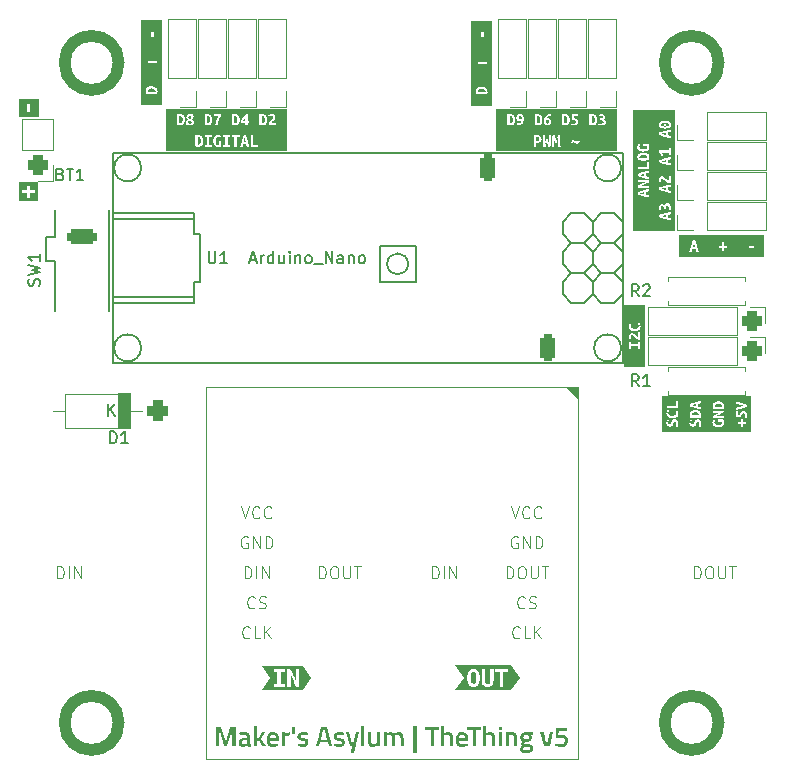
<source format=gbr>
%TF.GenerationSoftware,KiCad,Pcbnew,8.0.3-8.0.3-0~ubuntu22.04.1*%
%TF.CreationDate,2024-09-02T19:15:26+05:30*%
%TF.ProjectId,TheThing,54686554-6869-46e6-972e-6b696361645f,v5*%
%TF.SameCoordinates,Original*%
%TF.FileFunction,Legend,Top*%
%TF.FilePolarity,Positive*%
%FSLAX46Y46*%
G04 Gerber Fmt 4.6, Leading zero omitted, Abs format (unit mm)*
G04 Created by KiCad (PCBNEW 8.0.3-8.0.3-0~ubuntu22.04.1) date 2024-09-02 19:15:26*
%MOMM*%
%LPD*%
G01*
G04 APERTURE LIST*
G04 Aperture macros list*
%AMRoundRect*
0 Rectangle with rounded corners*
0 $1 Rounding radius*
0 $2 $3 $4 $5 $6 $7 $8 $9 X,Y pos of 4 corners*
0 Add a 4 corners polygon primitive as box body*
4,1,4,$2,$3,$4,$5,$6,$7,$8,$9,$2,$3,0*
0 Add four circle primitives for the rounded corners*
1,1,$1+$1,$2,$3*
1,1,$1+$1,$4,$5*
1,1,$1+$1,$6,$7*
1,1,$1+$1,$8,$9*
0 Add four rect primitives between the rounded corners*
20,1,$1+$1,$2,$3,$4,$5,0*
20,1,$1+$1,$4,$5,$6,$7,0*
20,1,$1+$1,$6,$7,$8,$9,0*
20,1,$1+$1,$8,$9,$2,$3,0*%
%AMOutline5P*
0 Free polygon, 5 corners , with rotation*
0 The origin of the aperture is its center*
0 number of corners: always 5*
0 $1 to $10 corner X, Y*
0 $11 Rotation angle, in degrees counterclockwise*
0 create outline with 5 corners*
4,1,5,$1,$2,$3,$4,$5,$6,$7,$8,$9,$10,$1,$2,$11*%
%AMOutline6P*
0 Free polygon, 6 corners , with rotation*
0 The origin of the aperture is its center*
0 number of corners: always 6*
0 $1 to $12 corner X, Y*
0 $13 Rotation angle, in degrees counterclockwise*
0 create outline with 6 corners*
4,1,6,$1,$2,$3,$4,$5,$6,$7,$8,$9,$10,$11,$12,$1,$2,$13*%
%AMOutline7P*
0 Free polygon, 7 corners , with rotation*
0 The origin of the aperture is its center*
0 number of corners: always 7*
0 $1 to $14 corner X, Y*
0 $15 Rotation angle, in degrees counterclockwise*
0 create outline with 7 corners*
4,1,7,$1,$2,$3,$4,$5,$6,$7,$8,$9,$10,$11,$12,$13,$14,$1,$2,$15*%
%AMOutline8P*
0 Free polygon, 8 corners , with rotation*
0 The origin of the aperture is its center*
0 number of corners: always 8*
0 $1 to $16 corner X, Y*
0 $17 Rotation angle, in degrees counterclockwise*
0 create outline with 8 corners*
4,1,8,$1,$2,$3,$4,$5,$6,$7,$8,$9,$10,$11,$12,$13,$14,$15,$16,$1,$2,$17*%
G04 Aperture macros list end*
%ADD10C,1.016000*%
%ADD11C,0.150000*%
%ADD12C,0.100000*%
%ADD13C,0.120000*%
%ADD14C,0.000000*%
%ADD15C,0.160000*%
%ADD16R,1.700000X1.700000*%
%ADD17O,1.700000X1.700000*%
%ADD18Outline8P,-0.850000X0.340000X-0.340000X0.850000X0.340000X0.850000X0.850000X0.340000X0.850000X-0.340000X0.340000X-0.850000X-0.340000X-0.850000X-0.850000X-0.340000X180.000000*%
%ADD19C,3.048000*%
%ADD20O,2.032000X1.524000*%
%ADD21RoundRect,0.425000X-0.425000X-0.425000X0.425000X-0.425000X0.425000X0.425000X-0.425000X0.425000X0*%
%ADD22RoundRect,0.425000X-0.425000X0.425000X-0.425000X-0.425000X0.425000X-0.425000X0.425000X0.425000X0*%
%ADD23C,1.600000*%
%ADD24O,1.600000X1.600000*%
%ADD25C,2.032000*%
%ADD26Outline8P,-1.143000X0.254000X-0.762000X0.635000X0.762000X0.635000X1.143000X0.254000X1.143000X-0.254000X0.762000X-0.635000X-0.762000X-0.635000X-1.143000X-0.254000X270.000000*%
%ADD27O,1.270000X2.286000*%
%ADD28RoundRect,0.317500X-0.317500X0.825500X-0.317500X-0.825500X0.317500X-0.825500X0.317500X0.825500X0*%
%ADD29O,3.302000X2.032000*%
%ADD30O,2.540000X1.270000*%
%ADD31RoundRect,0.317500X0.952500X-0.317500X0.952500X0.317500X-0.952500X0.317500X-0.952500X-0.317500X0*%
%ADD32RoundRect,0.444500X0.444500X0.444500X-0.444500X0.444500X-0.444500X-0.444500X0.444500X-0.444500X0*%
%ADD33O,1.778000X1.778000*%
G04 APERTURE END LIST*
D10*
X56896000Y-105410000D02*
G75*
G02*
X52324000Y-105410000I-2286000J0D01*
G01*
X52324000Y-105410000D02*
G75*
G02*
X56896000Y-105410000I2286000J0D01*
G01*
X107696000Y-49530000D02*
G75*
G02*
X103124000Y-49530000I-2286000J0D01*
G01*
X103124000Y-49530000D02*
G75*
G02*
X107696000Y-49530000I2286000J0D01*
G01*
X107696000Y-105410000D02*
G75*
G02*
X103124000Y-105410000I-2286000J0D01*
G01*
X103124000Y-105410000D02*
G75*
G02*
X107696000Y-105410000I2286000J0D01*
G01*
X56896000Y-49530000D02*
G75*
G02*
X52324000Y-49530000I-2286000J0D01*
G01*
X52324000Y-49530000D02*
G75*
G02*
X56896000Y-49530000I2286000J0D01*
G01*
D11*
G36*
X65141643Y-107407001D02*
G01*
X65141643Y-105768571D01*
X65603360Y-105768571D01*
X65969163Y-107048257D01*
X66334965Y-105768571D01*
X66799173Y-105768571D01*
X66799173Y-107407001D01*
X66531361Y-107407001D01*
X66531361Y-106062957D01*
X66495237Y-106062957D01*
X66107844Y-107340151D01*
X65830481Y-107340151D01*
X65443088Y-106062957D01*
X65406964Y-106062957D01*
X65406964Y-107407001D01*
X65141643Y-107407001D01*
G37*
G36*
X67695823Y-106189559D02*
G01*
X67784250Y-106205830D01*
X67865491Y-106238280D01*
X67921493Y-106279698D01*
X67972511Y-106349473D01*
X68002271Y-106430853D01*
X68015876Y-106517970D01*
X68018238Y-106579481D01*
X68018238Y-107124656D01*
X68045642Y-107202716D01*
X68123702Y-107234687D01*
X68116643Y-107433159D01*
X68031013Y-107428927D01*
X67944097Y-107413726D01*
X67860275Y-107383411D01*
X67798175Y-107344719D01*
X67714474Y-107379179D01*
X67630496Y-107405176D01*
X67546239Y-107422708D01*
X67461703Y-107431777D01*
X67413273Y-107433159D01*
X67329776Y-107427223D01*
X67241061Y-107403107D01*
X67169741Y-107360440D01*
X67107118Y-107284753D01*
X67074067Y-107201274D01*
X67058412Y-107099245D01*
X67057095Y-107055730D01*
X67317774Y-107055730D01*
X67332006Y-107142658D01*
X67393063Y-107207531D01*
X67463514Y-107220570D01*
X67547443Y-107216056D01*
X67634807Y-107202515D01*
X67717209Y-107182370D01*
X67759976Y-107167838D01*
X67759976Y-106849785D01*
X67482613Y-106875943D01*
X67395686Y-106899745D01*
X67337252Y-106959928D01*
X67317935Y-107045549D01*
X67317774Y-107055730D01*
X67057095Y-107055730D01*
X67057020Y-107053239D01*
X67063067Y-106968588D01*
X67087631Y-106880436D01*
X67136475Y-106806136D01*
X67153765Y-106789994D01*
X67224408Y-106745456D01*
X67305390Y-106716189D01*
X67391216Y-106698776D01*
X67451472Y-106692004D01*
X67759976Y-106665430D01*
X67759976Y-106579481D01*
X67748140Y-106494185D01*
X67718039Y-106445783D01*
X67642107Y-106410939D01*
X67595136Y-106407168D01*
X67502910Y-106408679D01*
X67410785Y-106412558D01*
X67322341Y-106417912D01*
X67226586Y-106425093D01*
X67212310Y-106426268D01*
X67135911Y-106431250D01*
X67126361Y-106246896D01*
X67222669Y-106225871D01*
X67316029Y-106209196D01*
X67406440Y-106196871D01*
X67493902Y-106188896D01*
X67578416Y-106185271D01*
X67605932Y-106185029D01*
X67695823Y-106189559D01*
G37*
G36*
X68599951Y-107407001D02*
G01*
X68339197Y-107407001D01*
X68339197Y-105713763D01*
X68599951Y-105713763D01*
X68599951Y-106692004D01*
X68748182Y-106677472D01*
X69030527Y-106211188D01*
X69322421Y-106211188D01*
X68977795Y-106770894D01*
X69341521Y-107407001D01*
X69047135Y-107407001D01*
X68755241Y-106902517D01*
X68599951Y-106919125D01*
X68599951Y-107407001D01*
G37*
G36*
X70051561Y-106189843D02*
G01*
X70157450Y-106211236D01*
X70247651Y-106249744D01*
X70322166Y-106305366D01*
X70380993Y-106378103D01*
X70424133Y-106467954D01*
X70451586Y-106574920D01*
X70461881Y-106666376D01*
X70463842Y-106732695D01*
X70447233Y-106919125D01*
X69706078Y-106919125D01*
X69713255Y-107004066D01*
X69737389Y-107085655D01*
X69770436Y-107136697D01*
X69845517Y-107184098D01*
X69933389Y-107202719D01*
X70002540Y-107206037D01*
X70088048Y-107205155D01*
X70174750Y-107202508D01*
X70262645Y-107198097D01*
X70351734Y-107191920D01*
X70418583Y-107184446D01*
X70423566Y-107378351D01*
X70339838Y-107394140D01*
X70243379Y-107409555D01*
X70151299Y-107421116D01*
X70063598Y-107428824D01*
X69980277Y-107432677D01*
X69940258Y-107433159D01*
X69846003Y-107428035D01*
X69762229Y-107412664D01*
X69677739Y-107381780D01*
X69607515Y-107336948D01*
X69558678Y-107287419D01*
X69513539Y-107215293D01*
X69479487Y-107126438D01*
X69459124Y-107036962D01*
X69448376Y-106953009D01*
X69443286Y-106860520D01*
X69442833Y-106821135D01*
X69446965Y-106718162D01*
X69703587Y-106718162D01*
X70208070Y-106718162D01*
X70203604Y-106627075D01*
X70186012Y-106538583D01*
X70151601Y-106470696D01*
X70081899Y-106420031D01*
X69993743Y-106401212D01*
X69961434Y-106400109D01*
X69878102Y-106408892D01*
X69801759Y-106441916D01*
X69766699Y-106474432D01*
X69727038Y-106550312D01*
X69708466Y-106639246D01*
X69703587Y-106718162D01*
X69446965Y-106718162D01*
X69447395Y-106707456D01*
X69461080Y-106604959D01*
X69483888Y-106513643D01*
X69515820Y-106433508D01*
X69572587Y-106344056D01*
X69645574Y-106274482D01*
X69734780Y-106224786D01*
X69840205Y-106194968D01*
X69929918Y-106185650D01*
X69961849Y-106185029D01*
X70051561Y-106189843D01*
G37*
G36*
X70709232Y-107407001D02*
G01*
X70709232Y-106211188D01*
X70967495Y-106211188D01*
X70967495Y-106354851D01*
X71043775Y-106308777D01*
X71120027Y-106269272D01*
X71208950Y-106231485D01*
X71297834Y-106202638D01*
X71373988Y-106185029D01*
X71373988Y-106445368D01*
X71286930Y-106464322D01*
X71205593Y-106485582D01*
X71119644Y-106512700D01*
X71041169Y-106542829D01*
X71022718Y-106550832D01*
X70969986Y-106572423D01*
X70969986Y-107407001D01*
X70709232Y-107407001D01*
G37*
G36*
X71563325Y-106323710D02*
G01*
X71555851Y-105768571D01*
X71809546Y-105768571D01*
X71792938Y-106323710D01*
X71563325Y-106323710D01*
G37*
G36*
X72932697Y-106457409D02*
G01*
X72848266Y-106446404D01*
X72756984Y-106435660D01*
X72664325Y-106426521D01*
X72576676Y-106420552D01*
X72523712Y-106419209D01*
X72439593Y-106423413D01*
X72357605Y-106443762D01*
X72347662Y-106449104D01*
X72300390Y-106520709D01*
X72298667Y-106543773D01*
X72331612Y-106621271D01*
X72352645Y-106634705D01*
X72435272Y-106661144D01*
X72525937Y-106680899D01*
X72606340Y-106695741D01*
X72688153Y-106712726D01*
X72768030Y-106736808D01*
X72847439Y-106773918D01*
X72889515Y-106804527D01*
X72940625Y-106876131D01*
X72965197Y-106960512D01*
X72973060Y-107044190D01*
X72973388Y-107067356D01*
X72965836Y-107155537D01*
X72939287Y-107239727D01*
X72887370Y-107314628D01*
X72852561Y-107344719D01*
X72775794Y-107387470D01*
X72692777Y-107413726D01*
X72608727Y-107427631D01*
X72514028Y-107433073D01*
X72499630Y-107433159D01*
X72411575Y-107429940D01*
X72323103Y-107421675D01*
X72237812Y-107410270D01*
X72145171Y-107394971D01*
X72131336Y-107392468D01*
X72057428Y-107380842D01*
X72066978Y-107162855D01*
X72152725Y-107173980D01*
X72245292Y-107184840D01*
X72339043Y-107194079D01*
X72427406Y-107200113D01*
X72480530Y-107201470D01*
X72565487Y-107197091D01*
X72646609Y-107177628D01*
X72661148Y-107170329D01*
X72711752Y-107100729D01*
X72715126Y-107067356D01*
X72688528Y-106987050D01*
X72663639Y-106968121D01*
X72583804Y-106941334D01*
X72495506Y-106922261D01*
X72417003Y-106908330D01*
X72326123Y-106889827D01*
X72239393Y-106863490D01*
X72162287Y-106827369D01*
X72131336Y-106806603D01*
X72075925Y-106738482D01*
X72049285Y-106657094D01*
X72040493Y-106564707D01*
X72040405Y-106553323D01*
X72048242Y-106466985D01*
X72075794Y-106383813D01*
X72123184Y-106315421D01*
X72165799Y-106278037D01*
X72242150Y-106234081D01*
X72329669Y-106204510D01*
X72416837Y-106190302D01*
X72488004Y-106187105D01*
X72579471Y-106190160D01*
X72670039Y-106198003D01*
X72756439Y-106208826D01*
X72849515Y-106223344D01*
X72863357Y-106225720D01*
X72937264Y-106239837D01*
X72932697Y-106457409D01*
G37*
G36*
X74971392Y-107407001D02*
G01*
X74703580Y-107407001D01*
X74615140Y-107055315D01*
X73986092Y-107055315D01*
X73897652Y-107407001D01*
X73631915Y-107407001D01*
X73776526Y-106821135D01*
X74038409Y-106821135D01*
X74562407Y-106821135D01*
X74361444Y-105991125D01*
X74241863Y-105991125D01*
X74038409Y-106821135D01*
X73776526Y-106821135D01*
X74036333Y-105768571D01*
X74564899Y-105768571D01*
X74971392Y-107407001D01*
G37*
G36*
X75996968Y-106457409D02*
G01*
X75912536Y-106446404D01*
X75821255Y-106435660D01*
X75728596Y-106426521D01*
X75640947Y-106420552D01*
X75587983Y-106419209D01*
X75503864Y-106423413D01*
X75421876Y-106443762D01*
X75411933Y-106449104D01*
X75364660Y-106520709D01*
X75362938Y-106543773D01*
X75395883Y-106621271D01*
X75416915Y-106634705D01*
X75499542Y-106661144D01*
X75590208Y-106680899D01*
X75670611Y-106695741D01*
X75752424Y-106712726D01*
X75832300Y-106736808D01*
X75911710Y-106773918D01*
X75953786Y-106804527D01*
X76004896Y-106876131D01*
X76029468Y-106960512D01*
X76037331Y-107044190D01*
X76037659Y-107067356D01*
X76030107Y-107155537D01*
X76003558Y-107239727D01*
X75951640Y-107314628D01*
X75916832Y-107344719D01*
X75840064Y-107387470D01*
X75757048Y-107413726D01*
X75672998Y-107427631D01*
X75578299Y-107433073D01*
X75563901Y-107433159D01*
X75475846Y-107429940D01*
X75387373Y-107421675D01*
X75302083Y-107410270D01*
X75209442Y-107394971D01*
X75195607Y-107392468D01*
X75121699Y-107380842D01*
X75131249Y-107162855D01*
X75216996Y-107173980D01*
X75309563Y-107184840D01*
X75403314Y-107194079D01*
X75491677Y-107200113D01*
X75544801Y-107201470D01*
X75629757Y-107197091D01*
X75710880Y-107177628D01*
X75725419Y-107170329D01*
X75776023Y-107100729D01*
X75779396Y-107067356D01*
X75752798Y-106987050D01*
X75727910Y-106968121D01*
X75648075Y-106941334D01*
X75559777Y-106922261D01*
X75481273Y-106908330D01*
X75390394Y-106889827D01*
X75303664Y-106863490D01*
X75226557Y-106827369D01*
X75195607Y-106806603D01*
X75140196Y-106738482D01*
X75113555Y-106657094D01*
X75104764Y-106564707D01*
X75104675Y-106553323D01*
X75112513Y-106466985D01*
X75140065Y-106383813D01*
X75187455Y-106315421D01*
X75230070Y-106278037D01*
X75306421Y-106234081D01*
X75393939Y-106204510D01*
X75481108Y-106190302D01*
X75552275Y-106187105D01*
X75643742Y-106190160D01*
X75734310Y-106198003D01*
X75820710Y-106208826D01*
X75913786Y-106223344D01*
X75927627Y-106225720D01*
X76001535Y-106239837D01*
X75996968Y-106457409D01*
G37*
G36*
X76154749Y-106211188D02*
G01*
X76410935Y-106211188D01*
X76664215Y-107184446D01*
X76728988Y-107184446D01*
X76982268Y-106211188D01*
X77240530Y-106211188D01*
X76786287Y-107921034D01*
X76530516Y-107921034D01*
X76673765Y-107407001D01*
X76468234Y-107407001D01*
X76154749Y-106211188D01*
G37*
G36*
X77450213Y-107407001D02*
G01*
X77450213Y-105713763D01*
X77710966Y-105713763D01*
X77710966Y-107407001D01*
X77450213Y-107407001D01*
G37*
G36*
X78761455Y-106211188D02*
G01*
X79020133Y-106211188D01*
X79020133Y-107407001D01*
X78761455Y-107407001D01*
X78761455Y-107332677D01*
X78686411Y-107371830D01*
X78603713Y-107404800D01*
X78514585Y-107426879D01*
X78438835Y-107433159D01*
X78352209Y-107428502D01*
X78265574Y-107411299D01*
X78185587Y-107376116D01*
X78119859Y-107316745D01*
X78108740Y-107300706D01*
X78072046Y-107221790D01*
X78048539Y-107132259D01*
X78034778Y-107040306D01*
X78027816Y-106952951D01*
X78024949Y-106855844D01*
X78024867Y-106835252D01*
X78024867Y-106211188D01*
X78285621Y-106211188D01*
X78285621Y-106837744D01*
X78287330Y-106925268D01*
X78293467Y-107008751D01*
X78309194Y-107094728D01*
X78321329Y-107127562D01*
X78386663Y-107185231D01*
X78472996Y-107201181D01*
X78489075Y-107201470D01*
X78575302Y-107195779D01*
X78663547Y-107176588D01*
X78725747Y-107153305D01*
X78761455Y-107139188D01*
X78761455Y-106211188D01*
G37*
G36*
X79589805Y-107407001D02*
G01*
X79329051Y-107407001D01*
X79329051Y-106211188D01*
X79587313Y-106211188D01*
X79587313Y-106285511D01*
X79670434Y-106241550D01*
X79749973Y-106210149D01*
X79835174Y-106189837D01*
X79898308Y-106185029D01*
X79983953Y-106190632D01*
X80068695Y-106210757D01*
X80147280Y-106250892D01*
X80202243Y-106302119D01*
X80283745Y-106262327D01*
X80365072Y-106230767D01*
X80446223Y-106207441D01*
X80540678Y-106190632D01*
X80634895Y-106185029D01*
X80723095Y-106191387D01*
X80809005Y-106214224D01*
X80886670Y-106259767D01*
X80938831Y-106317897D01*
X80977524Y-106395568D01*
X81002311Y-106482306D01*
X81016821Y-106570600D01*
X81024162Y-106654014D01*
X81027185Y-106746368D01*
X81027271Y-106765912D01*
X81027271Y-107407001D01*
X80769009Y-107407001D01*
X80769009Y-106773386D01*
X80766544Y-106683466D01*
X80757877Y-106599119D01*
X80736613Y-106514348D01*
X80729564Y-106498100D01*
X80668839Y-106437063D01*
X80580793Y-106417036D01*
X80565555Y-106416718D01*
X80482506Y-106423491D01*
X80394669Y-106443811D01*
X80333451Y-106464883D01*
X80292760Y-106481491D01*
X80306100Y-106563565D01*
X80310369Y-106646647D01*
X80312103Y-106740929D01*
X80312275Y-106787503D01*
X80312275Y-107407001D01*
X80053597Y-107407001D01*
X80053597Y-106792485D01*
X80051769Y-106705595D01*
X80045204Y-106621715D01*
X80030282Y-106540002D01*
X80015398Y-106498100D01*
X79954465Y-106437063D01*
X79871480Y-106417433D01*
X79848067Y-106416718D01*
X79760717Y-106423491D01*
X79678037Y-106443811D01*
X79625513Y-106464883D01*
X79589805Y-106479000D01*
X79589805Y-107407001D01*
G37*
G36*
X81859773Y-107921034D02*
G01*
X81859773Y-105713763D01*
X82118036Y-105713763D01*
X82118036Y-107921034D01*
X81859773Y-107921034D01*
G37*
G36*
X82841336Y-106005657D02*
G01*
X82841336Y-105768571D01*
X84037149Y-105768571D01*
X84037149Y-106005657D01*
X83575433Y-106005657D01*
X83575433Y-107407001D01*
X83307620Y-107407001D01*
X83307620Y-106005657D01*
X82841336Y-106005657D01*
G37*
G36*
X84479351Y-107407001D02*
G01*
X84218597Y-107407001D01*
X84218597Y-105713763D01*
X84479351Y-105713763D01*
X84479351Y-106273469D01*
X84555485Y-106239009D01*
X84639429Y-106209989D01*
X84729958Y-106190557D01*
X84806954Y-106185029D01*
X84891297Y-106189788D01*
X84976193Y-106207369D01*
X85055408Y-106243324D01*
X85121818Y-106303997D01*
X85133311Y-106320388D01*
X85171641Y-106398838D01*
X85196195Y-106485490D01*
X85210569Y-106573142D01*
X85218782Y-106673144D01*
X85220921Y-106765912D01*
X85220921Y-107407001D01*
X84960167Y-107407001D01*
X84960167Y-106773386D01*
X84957624Y-106683466D01*
X84948683Y-106599119D01*
X84926748Y-106514348D01*
X84919477Y-106498100D01*
X84856053Y-106437063D01*
X84771043Y-106417433D01*
X84747163Y-106416718D01*
X84661156Y-106422148D01*
X84575032Y-106438439D01*
X84517551Y-106455333D01*
X84479351Y-106469450D01*
X84479351Y-107407001D01*
G37*
G36*
X86068811Y-106189843D02*
G01*
X86174700Y-106211236D01*
X86264902Y-106249744D01*
X86339416Y-106305366D01*
X86398244Y-106378103D01*
X86441384Y-106467954D01*
X86468836Y-106574920D01*
X86479131Y-106666376D01*
X86481092Y-106732695D01*
X86464484Y-106919125D01*
X85723329Y-106919125D01*
X85730506Y-107004066D01*
X85754640Y-107085655D01*
X85787687Y-107136697D01*
X85862767Y-107184098D01*
X85950639Y-107202719D01*
X86019791Y-107206037D01*
X86105298Y-107205155D01*
X86192000Y-107202508D01*
X86279895Y-107198097D01*
X86368985Y-107191920D01*
X86435834Y-107184446D01*
X86440816Y-107378351D01*
X86357089Y-107394140D01*
X86260629Y-107409555D01*
X86168550Y-107421116D01*
X86080849Y-107428824D01*
X85997527Y-107432677D01*
X85957509Y-107433159D01*
X85863254Y-107428035D01*
X85779480Y-107412664D01*
X85694990Y-107381780D01*
X85624766Y-107336948D01*
X85575928Y-107287419D01*
X85530789Y-107215293D01*
X85496738Y-107126438D01*
X85476374Y-107036962D01*
X85465627Y-106953009D01*
X85460536Y-106860520D01*
X85460084Y-106821135D01*
X85464215Y-106718162D01*
X85720837Y-106718162D01*
X86225321Y-106718162D01*
X86220854Y-106627075D01*
X86203263Y-106538583D01*
X86168852Y-106470696D01*
X86099150Y-106420031D01*
X86010993Y-106401212D01*
X85978685Y-106400109D01*
X85895353Y-106408892D01*
X85819009Y-106441916D01*
X85783950Y-106474432D01*
X85744289Y-106550312D01*
X85725716Y-106639246D01*
X85720837Y-106718162D01*
X85464215Y-106718162D01*
X85464645Y-106707456D01*
X85478330Y-106604959D01*
X85501139Y-106513643D01*
X85533070Y-106433508D01*
X85589838Y-106344056D01*
X85662824Y-106274482D01*
X85752030Y-106224786D01*
X85857455Y-106194968D01*
X85947168Y-106185650D01*
X85979100Y-106185029D01*
X86068811Y-106189843D01*
G37*
G36*
X86405523Y-106005657D02*
G01*
X86405523Y-105768571D01*
X87601336Y-105768571D01*
X87601336Y-106005657D01*
X87139620Y-106005657D01*
X87139620Y-107407001D01*
X86871807Y-107407001D01*
X86871807Y-106005657D01*
X86405523Y-106005657D01*
G37*
G36*
X88043538Y-107407001D02*
G01*
X87782784Y-107407001D01*
X87782784Y-105713763D01*
X88043538Y-105713763D01*
X88043538Y-106273469D01*
X88119672Y-106239009D01*
X88203616Y-106209989D01*
X88294145Y-106190557D01*
X88371141Y-106185029D01*
X88455484Y-106189788D01*
X88540380Y-106207369D01*
X88619595Y-106243324D01*
X88686005Y-106303997D01*
X88697498Y-106320388D01*
X88735828Y-106398838D01*
X88760382Y-106485490D01*
X88774756Y-106573142D01*
X88782969Y-106673144D01*
X88785108Y-106765912D01*
X88785108Y-107407001D01*
X88524354Y-107407001D01*
X88524354Y-106773386D01*
X88521811Y-106683466D01*
X88512870Y-106599119D01*
X88490935Y-106514348D01*
X88483664Y-106498100D01*
X88420240Y-106437063D01*
X88335230Y-106417433D01*
X88311350Y-106416718D01*
X88225343Y-106422148D01*
X88139219Y-106438439D01*
X88081738Y-106455333D01*
X88043538Y-106469450D01*
X88043538Y-107407001D01*
G37*
G36*
X89081570Y-107407001D02*
G01*
X89081570Y-106211188D01*
X89342324Y-106211188D01*
X89342324Y-107407001D01*
X89081570Y-107407001D01*
G37*
G36*
X89081570Y-106007733D02*
G01*
X89081570Y-105732862D01*
X89342324Y-105732862D01*
X89342324Y-106007733D01*
X89081570Y-106007733D01*
G37*
G36*
X89915317Y-107407001D02*
G01*
X89654564Y-107407001D01*
X89654564Y-106211188D01*
X89912826Y-106211188D01*
X89912826Y-106285511D01*
X89988369Y-106246358D01*
X90072418Y-106213388D01*
X90154026Y-106192977D01*
X90242920Y-106185029D01*
X90327264Y-106189788D01*
X90412159Y-106207369D01*
X90491374Y-106243324D01*
X90557785Y-106303997D01*
X90569278Y-106320388D01*
X90607607Y-106398838D01*
X90632162Y-106485490D01*
X90646535Y-106573142D01*
X90654749Y-106673144D01*
X90656888Y-106765912D01*
X90656888Y-107407001D01*
X90398625Y-107407001D01*
X90398625Y-106773386D01*
X90396004Y-106683466D01*
X90386790Y-106599119D01*
X90364183Y-106514348D01*
X90356689Y-106498100D01*
X90292954Y-106437063D01*
X90209067Y-106417433D01*
X90185621Y-106416718D01*
X90095410Y-106423491D01*
X90007884Y-106443811D01*
X89951026Y-106464883D01*
X89915317Y-106479000D01*
X89915317Y-107407001D01*
G37*
G36*
X91476194Y-106191080D02*
G01*
X91560444Y-106203003D01*
X91599006Y-106211188D01*
X91635129Y-106218246D01*
X92005914Y-106208696D01*
X92005914Y-106419209D01*
X91807027Y-106407168D01*
X91848965Y-106480043D01*
X91869523Y-106562375D01*
X91871800Y-106603564D01*
X91866138Y-106699103D01*
X91849150Y-106780814D01*
X91815868Y-106857265D01*
X91760745Y-106921683D01*
X91753465Y-106927430D01*
X91676391Y-106970784D01*
X91590234Y-106997409D01*
X91501223Y-107011510D01*
X91414807Y-107016765D01*
X91383925Y-107017116D01*
X91298521Y-107011287D01*
X91278876Y-107007566D01*
X91251682Y-107087428D01*
X91245244Y-107133375D01*
X91289257Y-107194412D01*
X91371851Y-107207957D01*
X91463010Y-107212350D01*
X91503507Y-107213096D01*
X91588009Y-107215628D01*
X91677851Y-107223297D01*
X91766726Y-107238627D01*
X91847277Y-107264565D01*
X91892976Y-107289910D01*
X91953021Y-107356324D01*
X91983609Y-107433873D01*
X91996792Y-107520341D01*
X91998440Y-107569764D01*
X91989585Y-107661630D01*
X91963017Y-107741247D01*
X91904902Y-107823543D01*
X91838484Y-107875601D01*
X91754355Y-107915409D01*
X91652514Y-107942969D01*
X91564510Y-107955600D01*
X91466544Y-107961342D01*
X91431675Y-107961725D01*
X91334481Y-107959112D01*
X91247184Y-107951273D01*
X91157846Y-107935523D01*
X91072241Y-107908813D01*
X91027673Y-107887402D01*
X90958262Y-107829288D01*
X90917773Y-107756601D01*
X90898107Y-107664601D01*
X90896050Y-107617513D01*
X90899393Y-107593431D01*
X91151821Y-107593431D01*
X91175388Y-107676050D01*
X91218671Y-107713012D01*
X91302623Y-107738941D01*
X91390745Y-107747866D01*
X91448283Y-107749136D01*
X91531656Y-107745101D01*
X91624638Y-107725897D01*
X91696989Y-107684583D01*
X91736556Y-107603892D01*
X91737687Y-107583881D01*
X91721396Y-107500662D01*
X91686200Y-107465546D01*
X91603110Y-107445404D01*
X91518623Y-107439115D01*
X91481915Y-107438141D01*
X91247735Y-107423609D01*
X91188021Y-107482466D01*
X91173412Y-107503745D01*
X91151906Y-107586950D01*
X91151821Y-107593431D01*
X90899393Y-107593431D01*
X90908120Y-107530577D01*
X90938817Y-107465546D01*
X90995182Y-107399423D01*
X91060393Y-107341877D01*
X91077913Y-107328110D01*
X91021288Y-107263438D01*
X91000256Y-107182740D01*
X90999023Y-107153305D01*
X91024163Y-107070263D01*
X91063381Y-106998016D01*
X91084972Y-106962308D01*
X91017830Y-106909945D01*
X90967180Y-106842960D01*
X90933020Y-106761351D01*
X90916866Y-106679762D01*
X90912659Y-106603564D01*
X91170921Y-106603564D01*
X91181014Y-106688635D01*
X91220409Y-106761806D01*
X91223653Y-106765081D01*
X91297844Y-106804931D01*
X91386220Y-106816103D01*
X91393475Y-106816153D01*
X91477784Y-106807724D01*
X91555360Y-106771266D01*
X91562052Y-106765081D01*
X91603683Y-106688635D01*
X91613538Y-106603564D01*
X91603445Y-106518492D01*
X91564050Y-106445321D01*
X91560806Y-106442046D01*
X91486615Y-106401872D01*
X91398239Y-106390610D01*
X91390984Y-106390559D01*
X91305237Y-106400752D01*
X91225937Y-106443811D01*
X91181451Y-106520567D01*
X91170921Y-106603564D01*
X90912659Y-106603564D01*
X90918838Y-106514788D01*
X90941032Y-106426808D01*
X90985295Y-106345016D01*
X91041790Y-106287587D01*
X91121619Y-106239014D01*
X91204655Y-106209184D01*
X91286636Y-106193385D01*
X91377319Y-106187203D01*
X91390984Y-106187105D01*
X91476194Y-106191080D01*
G37*
G36*
X92612955Y-106211188D02*
G01*
X92885750Y-106211188D01*
X93115363Y-107184446D01*
X93191762Y-107184446D01*
X93430925Y-106211188D01*
X93696661Y-106211188D01*
X93385666Y-107407001D01*
X92921458Y-107407001D01*
X92612955Y-106211188D01*
G37*
G36*
X94892889Y-105828361D02*
G01*
X94892889Y-106062957D01*
X94160869Y-106062957D01*
X94120178Y-106479000D01*
X94201248Y-106446665D01*
X94281696Y-106423569D01*
X94371455Y-106408629D01*
X94440722Y-106405092D01*
X94531324Y-106409252D01*
X94638264Y-106427742D01*
X94729361Y-106461024D01*
X94804615Y-106509098D01*
X94864026Y-106571964D01*
X94907595Y-106649621D01*
X94935320Y-106742071D01*
X94947202Y-106849313D01*
X94947697Y-106878435D01*
X94942778Y-106974500D01*
X94928020Y-107061835D01*
X94898367Y-107152694D01*
X94855324Y-107231672D01*
X94807770Y-107289910D01*
X94741009Y-107345727D01*
X94663161Y-107387834D01*
X94574227Y-107416232D01*
X94489173Y-107429662D01*
X94412073Y-107433159D01*
X94327330Y-107430298D01*
X94242469Y-107422648D01*
X94167927Y-107412813D01*
X94080773Y-107398973D01*
X93994472Y-107382996D01*
X93950356Y-107373368D01*
X93869389Y-107352192D01*
X93898039Y-107151229D01*
X93984165Y-107164985D01*
X94082298Y-107178415D01*
X94174738Y-107188487D01*
X94261485Y-107195202D01*
X94355495Y-107198792D01*
X94380932Y-107198979D01*
X94468915Y-107189951D01*
X94548111Y-107159511D01*
X94596012Y-107122580D01*
X94645746Y-107049615D01*
X94669150Y-106963530D01*
X94672826Y-106905008D01*
X94664878Y-106817274D01*
X94634990Y-106737626D01*
X94605562Y-106701554D01*
X94533950Y-106656850D01*
X94450978Y-106639819D01*
X94431172Y-106639272D01*
X94338891Y-106642256D01*
X94255537Y-106651209D01*
X94172435Y-106668416D01*
X94115611Y-106687021D01*
X94072428Y-106704045D01*
X93905098Y-106667922D01*
X93948280Y-105828361D01*
X94892889Y-105828361D01*
G37*
D12*
X83431191Y-93167419D02*
X83431191Y-92167419D01*
X83431191Y-92167419D02*
X83669286Y-92167419D01*
X83669286Y-92167419D02*
X83812143Y-92215038D01*
X83812143Y-92215038D02*
X83907381Y-92310276D01*
X83907381Y-92310276D02*
X83955000Y-92405514D01*
X83955000Y-92405514D02*
X84002619Y-92595990D01*
X84002619Y-92595990D02*
X84002619Y-92738847D01*
X84002619Y-92738847D02*
X83955000Y-92929323D01*
X83955000Y-92929323D02*
X83907381Y-93024561D01*
X83907381Y-93024561D02*
X83812143Y-93119800D01*
X83812143Y-93119800D02*
X83669286Y-93167419D01*
X83669286Y-93167419D02*
X83431191Y-93167419D01*
X84431191Y-93167419D02*
X84431191Y-92167419D01*
X84907381Y-93167419D02*
X84907381Y-92167419D01*
X84907381Y-92167419D02*
X85478809Y-93167419D01*
X85478809Y-93167419D02*
X85478809Y-92167419D01*
X105624524Y-93167419D02*
X105624524Y-92167419D01*
X105624524Y-92167419D02*
X105862619Y-92167419D01*
X105862619Y-92167419D02*
X106005476Y-92215038D01*
X106005476Y-92215038D02*
X106100714Y-92310276D01*
X106100714Y-92310276D02*
X106148333Y-92405514D01*
X106148333Y-92405514D02*
X106195952Y-92595990D01*
X106195952Y-92595990D02*
X106195952Y-92738847D01*
X106195952Y-92738847D02*
X106148333Y-92929323D01*
X106148333Y-92929323D02*
X106100714Y-93024561D01*
X106100714Y-93024561D02*
X106005476Y-93119800D01*
X106005476Y-93119800D02*
X105862619Y-93167419D01*
X105862619Y-93167419D02*
X105624524Y-93167419D01*
X106815000Y-92167419D02*
X107005476Y-92167419D01*
X107005476Y-92167419D02*
X107100714Y-92215038D01*
X107100714Y-92215038D02*
X107195952Y-92310276D01*
X107195952Y-92310276D02*
X107243571Y-92500752D01*
X107243571Y-92500752D02*
X107243571Y-92834085D01*
X107243571Y-92834085D02*
X107195952Y-93024561D01*
X107195952Y-93024561D02*
X107100714Y-93119800D01*
X107100714Y-93119800D02*
X107005476Y-93167419D01*
X107005476Y-93167419D02*
X106815000Y-93167419D01*
X106815000Y-93167419D02*
X106719762Y-93119800D01*
X106719762Y-93119800D02*
X106624524Y-93024561D01*
X106624524Y-93024561D02*
X106576905Y-92834085D01*
X106576905Y-92834085D02*
X106576905Y-92500752D01*
X106576905Y-92500752D02*
X106624524Y-92310276D01*
X106624524Y-92310276D02*
X106719762Y-92215038D01*
X106719762Y-92215038D02*
X106815000Y-92167419D01*
X107672143Y-92167419D02*
X107672143Y-92976942D01*
X107672143Y-92976942D02*
X107719762Y-93072180D01*
X107719762Y-93072180D02*
X107767381Y-93119800D01*
X107767381Y-93119800D02*
X107862619Y-93167419D01*
X107862619Y-93167419D02*
X108053095Y-93167419D01*
X108053095Y-93167419D02*
X108148333Y-93119800D01*
X108148333Y-93119800D02*
X108195952Y-93072180D01*
X108195952Y-93072180D02*
X108243571Y-92976942D01*
X108243571Y-92976942D02*
X108243571Y-92167419D01*
X108576905Y-92167419D02*
X109148333Y-92167419D01*
X108862619Y-93167419D02*
X108862619Y-92167419D01*
X67556191Y-93167419D02*
X67556191Y-92167419D01*
X67556191Y-92167419D02*
X67794286Y-92167419D01*
X67794286Y-92167419D02*
X67937143Y-92215038D01*
X67937143Y-92215038D02*
X68032381Y-92310276D01*
X68032381Y-92310276D02*
X68080000Y-92405514D01*
X68080000Y-92405514D02*
X68127619Y-92595990D01*
X68127619Y-92595990D02*
X68127619Y-92738847D01*
X68127619Y-92738847D02*
X68080000Y-92929323D01*
X68080000Y-92929323D02*
X68032381Y-93024561D01*
X68032381Y-93024561D02*
X67937143Y-93119800D01*
X67937143Y-93119800D02*
X67794286Y-93167419D01*
X67794286Y-93167419D02*
X67556191Y-93167419D01*
X68556191Y-93167419D02*
X68556191Y-92167419D01*
X69032381Y-93167419D02*
X69032381Y-92167419D01*
X69032381Y-92167419D02*
X69603809Y-93167419D01*
X69603809Y-93167419D02*
X69603809Y-92167419D01*
X90106667Y-87087419D02*
X90440000Y-88087419D01*
X90440000Y-88087419D02*
X90773333Y-87087419D01*
X91678095Y-87992180D02*
X91630476Y-88039800D01*
X91630476Y-88039800D02*
X91487619Y-88087419D01*
X91487619Y-88087419D02*
X91392381Y-88087419D01*
X91392381Y-88087419D02*
X91249524Y-88039800D01*
X91249524Y-88039800D02*
X91154286Y-87944561D01*
X91154286Y-87944561D02*
X91106667Y-87849323D01*
X91106667Y-87849323D02*
X91059048Y-87658847D01*
X91059048Y-87658847D02*
X91059048Y-87515990D01*
X91059048Y-87515990D02*
X91106667Y-87325514D01*
X91106667Y-87325514D02*
X91154286Y-87230276D01*
X91154286Y-87230276D02*
X91249524Y-87135038D01*
X91249524Y-87135038D02*
X91392381Y-87087419D01*
X91392381Y-87087419D02*
X91487619Y-87087419D01*
X91487619Y-87087419D02*
X91630476Y-87135038D01*
X91630476Y-87135038D02*
X91678095Y-87182657D01*
X92678095Y-87992180D02*
X92630476Y-88039800D01*
X92630476Y-88039800D02*
X92487619Y-88087419D01*
X92487619Y-88087419D02*
X92392381Y-88087419D01*
X92392381Y-88087419D02*
X92249524Y-88039800D01*
X92249524Y-88039800D02*
X92154286Y-87944561D01*
X92154286Y-87944561D02*
X92106667Y-87849323D01*
X92106667Y-87849323D02*
X92059048Y-87658847D01*
X92059048Y-87658847D02*
X92059048Y-87515990D01*
X92059048Y-87515990D02*
X92106667Y-87325514D01*
X92106667Y-87325514D02*
X92154286Y-87230276D01*
X92154286Y-87230276D02*
X92249524Y-87135038D01*
X92249524Y-87135038D02*
X92392381Y-87087419D01*
X92392381Y-87087419D02*
X92487619Y-87087419D01*
X92487619Y-87087419D02*
X92630476Y-87135038D01*
X92630476Y-87135038D02*
X92678095Y-87182657D01*
X91273333Y-95612180D02*
X91225714Y-95659800D01*
X91225714Y-95659800D02*
X91082857Y-95707419D01*
X91082857Y-95707419D02*
X90987619Y-95707419D01*
X90987619Y-95707419D02*
X90844762Y-95659800D01*
X90844762Y-95659800D02*
X90749524Y-95564561D01*
X90749524Y-95564561D02*
X90701905Y-95469323D01*
X90701905Y-95469323D02*
X90654286Y-95278847D01*
X90654286Y-95278847D02*
X90654286Y-95135990D01*
X90654286Y-95135990D02*
X90701905Y-94945514D01*
X90701905Y-94945514D02*
X90749524Y-94850276D01*
X90749524Y-94850276D02*
X90844762Y-94755038D01*
X90844762Y-94755038D02*
X90987619Y-94707419D01*
X90987619Y-94707419D02*
X91082857Y-94707419D01*
X91082857Y-94707419D02*
X91225714Y-94755038D01*
X91225714Y-94755038D02*
X91273333Y-94802657D01*
X91654286Y-95659800D02*
X91797143Y-95707419D01*
X91797143Y-95707419D02*
X92035238Y-95707419D01*
X92035238Y-95707419D02*
X92130476Y-95659800D01*
X92130476Y-95659800D02*
X92178095Y-95612180D01*
X92178095Y-95612180D02*
X92225714Y-95516942D01*
X92225714Y-95516942D02*
X92225714Y-95421704D01*
X92225714Y-95421704D02*
X92178095Y-95326466D01*
X92178095Y-95326466D02*
X92130476Y-95278847D01*
X92130476Y-95278847D02*
X92035238Y-95231228D01*
X92035238Y-95231228D02*
X91844762Y-95183609D01*
X91844762Y-95183609D02*
X91749524Y-95135990D01*
X91749524Y-95135990D02*
X91701905Y-95088371D01*
X91701905Y-95088371D02*
X91654286Y-94993133D01*
X91654286Y-94993133D02*
X91654286Y-94897895D01*
X91654286Y-94897895D02*
X91701905Y-94802657D01*
X91701905Y-94802657D02*
X91749524Y-94755038D01*
X91749524Y-94755038D02*
X91844762Y-94707419D01*
X91844762Y-94707419D02*
X92082857Y-94707419D01*
X92082857Y-94707419D02*
X92225714Y-94755038D01*
X68413333Y-95612180D02*
X68365714Y-95659800D01*
X68365714Y-95659800D02*
X68222857Y-95707419D01*
X68222857Y-95707419D02*
X68127619Y-95707419D01*
X68127619Y-95707419D02*
X67984762Y-95659800D01*
X67984762Y-95659800D02*
X67889524Y-95564561D01*
X67889524Y-95564561D02*
X67841905Y-95469323D01*
X67841905Y-95469323D02*
X67794286Y-95278847D01*
X67794286Y-95278847D02*
X67794286Y-95135990D01*
X67794286Y-95135990D02*
X67841905Y-94945514D01*
X67841905Y-94945514D02*
X67889524Y-94850276D01*
X67889524Y-94850276D02*
X67984762Y-94755038D01*
X67984762Y-94755038D02*
X68127619Y-94707419D01*
X68127619Y-94707419D02*
X68222857Y-94707419D01*
X68222857Y-94707419D02*
X68365714Y-94755038D01*
X68365714Y-94755038D02*
X68413333Y-94802657D01*
X68794286Y-95659800D02*
X68937143Y-95707419D01*
X68937143Y-95707419D02*
X69175238Y-95707419D01*
X69175238Y-95707419D02*
X69270476Y-95659800D01*
X69270476Y-95659800D02*
X69318095Y-95612180D01*
X69318095Y-95612180D02*
X69365714Y-95516942D01*
X69365714Y-95516942D02*
X69365714Y-95421704D01*
X69365714Y-95421704D02*
X69318095Y-95326466D01*
X69318095Y-95326466D02*
X69270476Y-95278847D01*
X69270476Y-95278847D02*
X69175238Y-95231228D01*
X69175238Y-95231228D02*
X68984762Y-95183609D01*
X68984762Y-95183609D02*
X68889524Y-95135990D01*
X68889524Y-95135990D02*
X68841905Y-95088371D01*
X68841905Y-95088371D02*
X68794286Y-94993133D01*
X68794286Y-94993133D02*
X68794286Y-94897895D01*
X68794286Y-94897895D02*
X68841905Y-94802657D01*
X68841905Y-94802657D02*
X68889524Y-94755038D01*
X68889524Y-94755038D02*
X68984762Y-94707419D01*
X68984762Y-94707419D02*
X69222857Y-94707419D01*
X69222857Y-94707419D02*
X69365714Y-94755038D01*
X90678095Y-89675038D02*
X90582857Y-89627419D01*
X90582857Y-89627419D02*
X90440000Y-89627419D01*
X90440000Y-89627419D02*
X90297143Y-89675038D01*
X90297143Y-89675038D02*
X90201905Y-89770276D01*
X90201905Y-89770276D02*
X90154286Y-89865514D01*
X90154286Y-89865514D02*
X90106667Y-90055990D01*
X90106667Y-90055990D02*
X90106667Y-90198847D01*
X90106667Y-90198847D02*
X90154286Y-90389323D01*
X90154286Y-90389323D02*
X90201905Y-90484561D01*
X90201905Y-90484561D02*
X90297143Y-90579800D01*
X90297143Y-90579800D02*
X90440000Y-90627419D01*
X90440000Y-90627419D02*
X90535238Y-90627419D01*
X90535238Y-90627419D02*
X90678095Y-90579800D01*
X90678095Y-90579800D02*
X90725714Y-90532180D01*
X90725714Y-90532180D02*
X90725714Y-90198847D01*
X90725714Y-90198847D02*
X90535238Y-90198847D01*
X91154286Y-90627419D02*
X91154286Y-89627419D01*
X91154286Y-89627419D02*
X91725714Y-90627419D01*
X91725714Y-90627419D02*
X91725714Y-89627419D01*
X92201905Y-90627419D02*
X92201905Y-89627419D01*
X92201905Y-89627419D02*
X92440000Y-89627419D01*
X92440000Y-89627419D02*
X92582857Y-89675038D01*
X92582857Y-89675038D02*
X92678095Y-89770276D01*
X92678095Y-89770276D02*
X92725714Y-89865514D01*
X92725714Y-89865514D02*
X92773333Y-90055990D01*
X92773333Y-90055990D02*
X92773333Y-90198847D01*
X92773333Y-90198847D02*
X92725714Y-90389323D01*
X92725714Y-90389323D02*
X92678095Y-90484561D01*
X92678095Y-90484561D02*
X92582857Y-90579800D01*
X92582857Y-90579800D02*
X92440000Y-90627419D01*
X92440000Y-90627419D02*
X92201905Y-90627419D01*
X89749524Y-93167419D02*
X89749524Y-92167419D01*
X89749524Y-92167419D02*
X89987619Y-92167419D01*
X89987619Y-92167419D02*
X90130476Y-92215038D01*
X90130476Y-92215038D02*
X90225714Y-92310276D01*
X90225714Y-92310276D02*
X90273333Y-92405514D01*
X90273333Y-92405514D02*
X90320952Y-92595990D01*
X90320952Y-92595990D02*
X90320952Y-92738847D01*
X90320952Y-92738847D02*
X90273333Y-92929323D01*
X90273333Y-92929323D02*
X90225714Y-93024561D01*
X90225714Y-93024561D02*
X90130476Y-93119800D01*
X90130476Y-93119800D02*
X89987619Y-93167419D01*
X89987619Y-93167419D02*
X89749524Y-93167419D01*
X90940000Y-92167419D02*
X91130476Y-92167419D01*
X91130476Y-92167419D02*
X91225714Y-92215038D01*
X91225714Y-92215038D02*
X91320952Y-92310276D01*
X91320952Y-92310276D02*
X91368571Y-92500752D01*
X91368571Y-92500752D02*
X91368571Y-92834085D01*
X91368571Y-92834085D02*
X91320952Y-93024561D01*
X91320952Y-93024561D02*
X91225714Y-93119800D01*
X91225714Y-93119800D02*
X91130476Y-93167419D01*
X91130476Y-93167419D02*
X90940000Y-93167419D01*
X90940000Y-93167419D02*
X90844762Y-93119800D01*
X90844762Y-93119800D02*
X90749524Y-93024561D01*
X90749524Y-93024561D02*
X90701905Y-92834085D01*
X90701905Y-92834085D02*
X90701905Y-92500752D01*
X90701905Y-92500752D02*
X90749524Y-92310276D01*
X90749524Y-92310276D02*
X90844762Y-92215038D01*
X90844762Y-92215038D02*
X90940000Y-92167419D01*
X91797143Y-92167419D02*
X91797143Y-92976942D01*
X91797143Y-92976942D02*
X91844762Y-93072180D01*
X91844762Y-93072180D02*
X91892381Y-93119800D01*
X91892381Y-93119800D02*
X91987619Y-93167419D01*
X91987619Y-93167419D02*
X92178095Y-93167419D01*
X92178095Y-93167419D02*
X92273333Y-93119800D01*
X92273333Y-93119800D02*
X92320952Y-93072180D01*
X92320952Y-93072180D02*
X92368571Y-92976942D01*
X92368571Y-92976942D02*
X92368571Y-92167419D01*
X92701905Y-92167419D02*
X93273333Y-92167419D01*
X92987619Y-93167419D02*
X92987619Y-92167419D01*
X67818095Y-89675038D02*
X67722857Y-89627419D01*
X67722857Y-89627419D02*
X67580000Y-89627419D01*
X67580000Y-89627419D02*
X67437143Y-89675038D01*
X67437143Y-89675038D02*
X67341905Y-89770276D01*
X67341905Y-89770276D02*
X67294286Y-89865514D01*
X67294286Y-89865514D02*
X67246667Y-90055990D01*
X67246667Y-90055990D02*
X67246667Y-90198847D01*
X67246667Y-90198847D02*
X67294286Y-90389323D01*
X67294286Y-90389323D02*
X67341905Y-90484561D01*
X67341905Y-90484561D02*
X67437143Y-90579800D01*
X67437143Y-90579800D02*
X67580000Y-90627419D01*
X67580000Y-90627419D02*
X67675238Y-90627419D01*
X67675238Y-90627419D02*
X67818095Y-90579800D01*
X67818095Y-90579800D02*
X67865714Y-90532180D01*
X67865714Y-90532180D02*
X67865714Y-90198847D01*
X67865714Y-90198847D02*
X67675238Y-90198847D01*
X68294286Y-90627419D02*
X68294286Y-89627419D01*
X68294286Y-89627419D02*
X68865714Y-90627419D01*
X68865714Y-90627419D02*
X68865714Y-89627419D01*
X69341905Y-90627419D02*
X69341905Y-89627419D01*
X69341905Y-89627419D02*
X69580000Y-89627419D01*
X69580000Y-89627419D02*
X69722857Y-89675038D01*
X69722857Y-89675038D02*
X69818095Y-89770276D01*
X69818095Y-89770276D02*
X69865714Y-89865514D01*
X69865714Y-89865514D02*
X69913333Y-90055990D01*
X69913333Y-90055990D02*
X69913333Y-90198847D01*
X69913333Y-90198847D02*
X69865714Y-90389323D01*
X69865714Y-90389323D02*
X69818095Y-90484561D01*
X69818095Y-90484561D02*
X69722857Y-90579800D01*
X69722857Y-90579800D02*
X69580000Y-90627419D01*
X69580000Y-90627419D02*
X69341905Y-90627419D01*
X67246667Y-87087419D02*
X67580000Y-88087419D01*
X67580000Y-88087419D02*
X67913333Y-87087419D01*
X68818095Y-87992180D02*
X68770476Y-88039800D01*
X68770476Y-88039800D02*
X68627619Y-88087419D01*
X68627619Y-88087419D02*
X68532381Y-88087419D01*
X68532381Y-88087419D02*
X68389524Y-88039800D01*
X68389524Y-88039800D02*
X68294286Y-87944561D01*
X68294286Y-87944561D02*
X68246667Y-87849323D01*
X68246667Y-87849323D02*
X68199048Y-87658847D01*
X68199048Y-87658847D02*
X68199048Y-87515990D01*
X68199048Y-87515990D02*
X68246667Y-87325514D01*
X68246667Y-87325514D02*
X68294286Y-87230276D01*
X68294286Y-87230276D02*
X68389524Y-87135038D01*
X68389524Y-87135038D02*
X68532381Y-87087419D01*
X68532381Y-87087419D02*
X68627619Y-87087419D01*
X68627619Y-87087419D02*
X68770476Y-87135038D01*
X68770476Y-87135038D02*
X68818095Y-87182657D01*
X69818095Y-87992180D02*
X69770476Y-88039800D01*
X69770476Y-88039800D02*
X69627619Y-88087419D01*
X69627619Y-88087419D02*
X69532381Y-88087419D01*
X69532381Y-88087419D02*
X69389524Y-88039800D01*
X69389524Y-88039800D02*
X69294286Y-87944561D01*
X69294286Y-87944561D02*
X69246667Y-87849323D01*
X69246667Y-87849323D02*
X69199048Y-87658847D01*
X69199048Y-87658847D02*
X69199048Y-87515990D01*
X69199048Y-87515990D02*
X69246667Y-87325514D01*
X69246667Y-87325514D02*
X69294286Y-87230276D01*
X69294286Y-87230276D02*
X69389524Y-87135038D01*
X69389524Y-87135038D02*
X69532381Y-87087419D01*
X69532381Y-87087419D02*
X69627619Y-87087419D01*
X69627619Y-87087419D02*
X69770476Y-87135038D01*
X69770476Y-87135038D02*
X69818095Y-87182657D01*
X67984761Y-98152180D02*
X67937142Y-98199800D01*
X67937142Y-98199800D02*
X67794285Y-98247419D01*
X67794285Y-98247419D02*
X67699047Y-98247419D01*
X67699047Y-98247419D02*
X67556190Y-98199800D01*
X67556190Y-98199800D02*
X67460952Y-98104561D01*
X67460952Y-98104561D02*
X67413333Y-98009323D01*
X67413333Y-98009323D02*
X67365714Y-97818847D01*
X67365714Y-97818847D02*
X67365714Y-97675990D01*
X67365714Y-97675990D02*
X67413333Y-97485514D01*
X67413333Y-97485514D02*
X67460952Y-97390276D01*
X67460952Y-97390276D02*
X67556190Y-97295038D01*
X67556190Y-97295038D02*
X67699047Y-97247419D01*
X67699047Y-97247419D02*
X67794285Y-97247419D01*
X67794285Y-97247419D02*
X67937142Y-97295038D01*
X67937142Y-97295038D02*
X67984761Y-97342657D01*
X68889523Y-98247419D02*
X68413333Y-98247419D01*
X68413333Y-98247419D02*
X68413333Y-97247419D01*
X69222857Y-98247419D02*
X69222857Y-97247419D01*
X69794285Y-98247419D02*
X69365714Y-97675990D01*
X69794285Y-97247419D02*
X69222857Y-97818847D01*
X90844761Y-98152180D02*
X90797142Y-98199800D01*
X90797142Y-98199800D02*
X90654285Y-98247419D01*
X90654285Y-98247419D02*
X90559047Y-98247419D01*
X90559047Y-98247419D02*
X90416190Y-98199800D01*
X90416190Y-98199800D02*
X90320952Y-98104561D01*
X90320952Y-98104561D02*
X90273333Y-98009323D01*
X90273333Y-98009323D02*
X90225714Y-97818847D01*
X90225714Y-97818847D02*
X90225714Y-97675990D01*
X90225714Y-97675990D02*
X90273333Y-97485514D01*
X90273333Y-97485514D02*
X90320952Y-97390276D01*
X90320952Y-97390276D02*
X90416190Y-97295038D01*
X90416190Y-97295038D02*
X90559047Y-97247419D01*
X90559047Y-97247419D02*
X90654285Y-97247419D01*
X90654285Y-97247419D02*
X90797142Y-97295038D01*
X90797142Y-97295038D02*
X90844761Y-97342657D01*
X91749523Y-98247419D02*
X91273333Y-98247419D01*
X91273333Y-98247419D02*
X91273333Y-97247419D01*
X92082857Y-98247419D02*
X92082857Y-97247419D01*
X92654285Y-98247419D02*
X92225714Y-97675990D01*
X92654285Y-97247419D02*
X92082857Y-97818847D01*
D11*
X51970085Y-58960609D02*
X52112942Y-59008228D01*
X52112942Y-59008228D02*
X52160561Y-59055847D01*
X52160561Y-59055847D02*
X52208180Y-59151085D01*
X52208180Y-59151085D02*
X52208180Y-59293942D01*
X52208180Y-59293942D02*
X52160561Y-59389180D01*
X52160561Y-59389180D02*
X52112942Y-59436800D01*
X52112942Y-59436800D02*
X52017704Y-59484419D01*
X52017704Y-59484419D02*
X51636752Y-59484419D01*
X51636752Y-59484419D02*
X51636752Y-58484419D01*
X51636752Y-58484419D02*
X51970085Y-58484419D01*
X51970085Y-58484419D02*
X52065323Y-58532038D01*
X52065323Y-58532038D02*
X52112942Y-58579657D01*
X52112942Y-58579657D02*
X52160561Y-58674895D01*
X52160561Y-58674895D02*
X52160561Y-58770133D01*
X52160561Y-58770133D02*
X52112942Y-58865371D01*
X52112942Y-58865371D02*
X52065323Y-58912990D01*
X52065323Y-58912990D02*
X51970085Y-58960609D01*
X51970085Y-58960609D02*
X51636752Y-58960609D01*
X52493895Y-58484419D02*
X53065323Y-58484419D01*
X52779609Y-59484419D02*
X52779609Y-58484419D01*
X53922466Y-59484419D02*
X53351038Y-59484419D01*
X53636752Y-59484419D02*
X53636752Y-58484419D01*
X53636752Y-58484419D02*
X53541514Y-58627276D01*
X53541514Y-58627276D02*
X53446276Y-58722514D01*
X53446276Y-58722514D02*
X53351038Y-58770133D01*
X100925333Y-69288819D02*
X100592000Y-68812628D01*
X100353905Y-69288819D02*
X100353905Y-68288819D01*
X100353905Y-68288819D02*
X100734857Y-68288819D01*
X100734857Y-68288819D02*
X100830095Y-68336438D01*
X100830095Y-68336438D02*
X100877714Y-68384057D01*
X100877714Y-68384057D02*
X100925333Y-68479295D01*
X100925333Y-68479295D02*
X100925333Y-68622152D01*
X100925333Y-68622152D02*
X100877714Y-68717390D01*
X100877714Y-68717390D02*
X100830095Y-68765009D01*
X100830095Y-68765009D02*
X100734857Y-68812628D01*
X100734857Y-68812628D02*
X100353905Y-68812628D01*
X101306286Y-68384057D02*
X101353905Y-68336438D01*
X101353905Y-68336438D02*
X101449143Y-68288819D01*
X101449143Y-68288819D02*
X101687238Y-68288819D01*
X101687238Y-68288819D02*
X101782476Y-68336438D01*
X101782476Y-68336438D02*
X101830095Y-68384057D01*
X101830095Y-68384057D02*
X101877714Y-68479295D01*
X101877714Y-68479295D02*
X101877714Y-68574533D01*
X101877714Y-68574533D02*
X101830095Y-68717390D01*
X101830095Y-68717390D02*
X101258667Y-69288819D01*
X101258667Y-69288819D02*
X101877714Y-69288819D01*
X64516095Y-65494819D02*
X64516095Y-66304342D01*
X64516095Y-66304342D02*
X64563714Y-66399580D01*
X64563714Y-66399580D02*
X64611333Y-66447200D01*
X64611333Y-66447200D02*
X64706571Y-66494819D01*
X64706571Y-66494819D02*
X64897047Y-66494819D01*
X64897047Y-66494819D02*
X64992285Y-66447200D01*
X64992285Y-66447200D02*
X65039904Y-66399580D01*
X65039904Y-66399580D02*
X65087523Y-66304342D01*
X65087523Y-66304342D02*
X65087523Y-65494819D01*
X66087523Y-66494819D02*
X65516095Y-66494819D01*
X65801809Y-66494819D02*
X65801809Y-65494819D01*
X65801809Y-65494819D02*
X65706571Y-65637676D01*
X65706571Y-65637676D02*
X65611333Y-65732914D01*
X65611333Y-65732914D02*
X65516095Y-65780533D01*
X68040857Y-66209104D02*
X68517047Y-66209104D01*
X67945619Y-66494819D02*
X68278952Y-65494819D01*
X68278952Y-65494819D02*
X68612285Y-66494819D01*
X68945619Y-66494819D02*
X68945619Y-65828152D01*
X68945619Y-66018628D02*
X68993238Y-65923390D01*
X68993238Y-65923390D02*
X69040857Y-65875771D01*
X69040857Y-65875771D02*
X69136095Y-65828152D01*
X69136095Y-65828152D02*
X69231333Y-65828152D01*
X69993238Y-66494819D02*
X69993238Y-65494819D01*
X69993238Y-66447200D02*
X69898000Y-66494819D01*
X69898000Y-66494819D02*
X69707524Y-66494819D01*
X69707524Y-66494819D02*
X69612286Y-66447200D01*
X69612286Y-66447200D02*
X69564667Y-66399580D01*
X69564667Y-66399580D02*
X69517048Y-66304342D01*
X69517048Y-66304342D02*
X69517048Y-66018628D01*
X69517048Y-66018628D02*
X69564667Y-65923390D01*
X69564667Y-65923390D02*
X69612286Y-65875771D01*
X69612286Y-65875771D02*
X69707524Y-65828152D01*
X69707524Y-65828152D02*
X69898000Y-65828152D01*
X69898000Y-65828152D02*
X69993238Y-65875771D01*
X70898000Y-65828152D02*
X70898000Y-66494819D01*
X70469429Y-65828152D02*
X70469429Y-66351961D01*
X70469429Y-66351961D02*
X70517048Y-66447200D01*
X70517048Y-66447200D02*
X70612286Y-66494819D01*
X70612286Y-66494819D02*
X70755143Y-66494819D01*
X70755143Y-66494819D02*
X70850381Y-66447200D01*
X70850381Y-66447200D02*
X70898000Y-66399580D01*
X71374191Y-66494819D02*
X71374191Y-65828152D01*
X71374191Y-65494819D02*
X71326572Y-65542438D01*
X71326572Y-65542438D02*
X71374191Y-65590057D01*
X71374191Y-65590057D02*
X71421810Y-65542438D01*
X71421810Y-65542438D02*
X71374191Y-65494819D01*
X71374191Y-65494819D02*
X71374191Y-65590057D01*
X71850381Y-65828152D02*
X71850381Y-66494819D01*
X71850381Y-65923390D02*
X71898000Y-65875771D01*
X71898000Y-65875771D02*
X71993238Y-65828152D01*
X71993238Y-65828152D02*
X72136095Y-65828152D01*
X72136095Y-65828152D02*
X72231333Y-65875771D01*
X72231333Y-65875771D02*
X72278952Y-65971009D01*
X72278952Y-65971009D02*
X72278952Y-66494819D01*
X72898000Y-66494819D02*
X72802762Y-66447200D01*
X72802762Y-66447200D02*
X72755143Y-66399580D01*
X72755143Y-66399580D02*
X72707524Y-66304342D01*
X72707524Y-66304342D02*
X72707524Y-66018628D01*
X72707524Y-66018628D02*
X72755143Y-65923390D01*
X72755143Y-65923390D02*
X72802762Y-65875771D01*
X72802762Y-65875771D02*
X72898000Y-65828152D01*
X72898000Y-65828152D02*
X73040857Y-65828152D01*
X73040857Y-65828152D02*
X73136095Y-65875771D01*
X73136095Y-65875771D02*
X73183714Y-65923390D01*
X73183714Y-65923390D02*
X73231333Y-66018628D01*
X73231333Y-66018628D02*
X73231333Y-66304342D01*
X73231333Y-66304342D02*
X73183714Y-66399580D01*
X73183714Y-66399580D02*
X73136095Y-66447200D01*
X73136095Y-66447200D02*
X73040857Y-66494819D01*
X73040857Y-66494819D02*
X72898000Y-66494819D01*
X73421810Y-66590057D02*
X74183714Y-66590057D01*
X74421810Y-66494819D02*
X74421810Y-65494819D01*
X74421810Y-65494819D02*
X74993238Y-66494819D01*
X74993238Y-66494819D02*
X74993238Y-65494819D01*
X75898000Y-66494819D02*
X75898000Y-65971009D01*
X75898000Y-65971009D02*
X75850381Y-65875771D01*
X75850381Y-65875771D02*
X75755143Y-65828152D01*
X75755143Y-65828152D02*
X75564667Y-65828152D01*
X75564667Y-65828152D02*
X75469429Y-65875771D01*
X75898000Y-66447200D02*
X75802762Y-66494819D01*
X75802762Y-66494819D02*
X75564667Y-66494819D01*
X75564667Y-66494819D02*
X75469429Y-66447200D01*
X75469429Y-66447200D02*
X75421810Y-66351961D01*
X75421810Y-66351961D02*
X75421810Y-66256723D01*
X75421810Y-66256723D02*
X75469429Y-66161485D01*
X75469429Y-66161485D02*
X75564667Y-66113866D01*
X75564667Y-66113866D02*
X75802762Y-66113866D01*
X75802762Y-66113866D02*
X75898000Y-66066247D01*
X76374191Y-65828152D02*
X76374191Y-66494819D01*
X76374191Y-65923390D02*
X76421810Y-65875771D01*
X76421810Y-65875771D02*
X76517048Y-65828152D01*
X76517048Y-65828152D02*
X76659905Y-65828152D01*
X76659905Y-65828152D02*
X76755143Y-65875771D01*
X76755143Y-65875771D02*
X76802762Y-65971009D01*
X76802762Y-65971009D02*
X76802762Y-66494819D01*
X77421810Y-66494819D02*
X77326572Y-66447200D01*
X77326572Y-66447200D02*
X77278953Y-66399580D01*
X77278953Y-66399580D02*
X77231334Y-66304342D01*
X77231334Y-66304342D02*
X77231334Y-66018628D01*
X77231334Y-66018628D02*
X77278953Y-65923390D01*
X77278953Y-65923390D02*
X77326572Y-65875771D01*
X77326572Y-65875771D02*
X77421810Y-65828152D01*
X77421810Y-65828152D02*
X77564667Y-65828152D01*
X77564667Y-65828152D02*
X77659905Y-65875771D01*
X77659905Y-65875771D02*
X77707524Y-65923390D01*
X77707524Y-65923390D02*
X77755143Y-66018628D01*
X77755143Y-66018628D02*
X77755143Y-66304342D01*
X77755143Y-66304342D02*
X77707524Y-66399580D01*
X77707524Y-66399580D02*
X77659905Y-66447200D01*
X77659905Y-66447200D02*
X77564667Y-66494819D01*
X77564667Y-66494819D02*
X77421810Y-66494819D01*
D12*
X51681191Y-93167419D02*
X51681191Y-92167419D01*
X51681191Y-92167419D02*
X51919286Y-92167419D01*
X51919286Y-92167419D02*
X52062143Y-92215038D01*
X52062143Y-92215038D02*
X52157381Y-92310276D01*
X52157381Y-92310276D02*
X52205000Y-92405514D01*
X52205000Y-92405514D02*
X52252619Y-92595990D01*
X52252619Y-92595990D02*
X52252619Y-92738847D01*
X52252619Y-92738847D02*
X52205000Y-92929323D01*
X52205000Y-92929323D02*
X52157381Y-93024561D01*
X52157381Y-93024561D02*
X52062143Y-93119800D01*
X52062143Y-93119800D02*
X51919286Y-93167419D01*
X51919286Y-93167419D02*
X51681191Y-93167419D01*
X52681191Y-93167419D02*
X52681191Y-92167419D01*
X53157381Y-93167419D02*
X53157381Y-92167419D01*
X53157381Y-92167419D02*
X53728809Y-93167419D01*
X53728809Y-93167419D02*
X53728809Y-92167419D01*
X73874524Y-93167419D02*
X73874524Y-92167419D01*
X73874524Y-92167419D02*
X74112619Y-92167419D01*
X74112619Y-92167419D02*
X74255476Y-92215038D01*
X74255476Y-92215038D02*
X74350714Y-92310276D01*
X74350714Y-92310276D02*
X74398333Y-92405514D01*
X74398333Y-92405514D02*
X74445952Y-92595990D01*
X74445952Y-92595990D02*
X74445952Y-92738847D01*
X74445952Y-92738847D02*
X74398333Y-92929323D01*
X74398333Y-92929323D02*
X74350714Y-93024561D01*
X74350714Y-93024561D02*
X74255476Y-93119800D01*
X74255476Y-93119800D02*
X74112619Y-93167419D01*
X74112619Y-93167419D02*
X73874524Y-93167419D01*
X75065000Y-92167419D02*
X75255476Y-92167419D01*
X75255476Y-92167419D02*
X75350714Y-92215038D01*
X75350714Y-92215038D02*
X75445952Y-92310276D01*
X75445952Y-92310276D02*
X75493571Y-92500752D01*
X75493571Y-92500752D02*
X75493571Y-92834085D01*
X75493571Y-92834085D02*
X75445952Y-93024561D01*
X75445952Y-93024561D02*
X75350714Y-93119800D01*
X75350714Y-93119800D02*
X75255476Y-93167419D01*
X75255476Y-93167419D02*
X75065000Y-93167419D01*
X75065000Y-93167419D02*
X74969762Y-93119800D01*
X74969762Y-93119800D02*
X74874524Y-93024561D01*
X74874524Y-93024561D02*
X74826905Y-92834085D01*
X74826905Y-92834085D02*
X74826905Y-92500752D01*
X74826905Y-92500752D02*
X74874524Y-92310276D01*
X74874524Y-92310276D02*
X74969762Y-92215038D01*
X74969762Y-92215038D02*
X75065000Y-92167419D01*
X75922143Y-92167419D02*
X75922143Y-92976942D01*
X75922143Y-92976942D02*
X75969762Y-93072180D01*
X75969762Y-93072180D02*
X76017381Y-93119800D01*
X76017381Y-93119800D02*
X76112619Y-93167419D01*
X76112619Y-93167419D02*
X76303095Y-93167419D01*
X76303095Y-93167419D02*
X76398333Y-93119800D01*
X76398333Y-93119800D02*
X76445952Y-93072180D01*
X76445952Y-93072180D02*
X76493571Y-92976942D01*
X76493571Y-92976942D02*
X76493571Y-92167419D01*
X76826905Y-92167419D02*
X77398333Y-92167419D01*
X77112619Y-93167419D02*
X77112619Y-92167419D01*
D11*
X50191200Y-68389332D02*
X50238819Y-68246475D01*
X50238819Y-68246475D02*
X50238819Y-68008380D01*
X50238819Y-68008380D02*
X50191200Y-67913142D01*
X50191200Y-67913142D02*
X50143580Y-67865523D01*
X50143580Y-67865523D02*
X50048342Y-67817904D01*
X50048342Y-67817904D02*
X49953104Y-67817904D01*
X49953104Y-67817904D02*
X49857866Y-67865523D01*
X49857866Y-67865523D02*
X49810247Y-67913142D01*
X49810247Y-67913142D02*
X49762628Y-68008380D01*
X49762628Y-68008380D02*
X49715009Y-68198856D01*
X49715009Y-68198856D02*
X49667390Y-68294094D01*
X49667390Y-68294094D02*
X49619771Y-68341713D01*
X49619771Y-68341713D02*
X49524533Y-68389332D01*
X49524533Y-68389332D02*
X49429295Y-68389332D01*
X49429295Y-68389332D02*
X49334057Y-68341713D01*
X49334057Y-68341713D02*
X49286438Y-68294094D01*
X49286438Y-68294094D02*
X49238819Y-68198856D01*
X49238819Y-68198856D02*
X49238819Y-67960761D01*
X49238819Y-67960761D02*
X49286438Y-67817904D01*
X49238819Y-67484570D02*
X50238819Y-67246475D01*
X50238819Y-67246475D02*
X49524533Y-67055999D01*
X49524533Y-67055999D02*
X50238819Y-66865523D01*
X50238819Y-66865523D02*
X49238819Y-66627428D01*
X50238819Y-65722666D02*
X50238819Y-66294094D01*
X50238819Y-66008380D02*
X49238819Y-66008380D01*
X49238819Y-66008380D02*
X49381676Y-66103618D01*
X49381676Y-66103618D02*
X49476914Y-66198856D01*
X49476914Y-66198856D02*
X49524533Y-66294094D01*
X56157905Y-81734819D02*
X56157905Y-80734819D01*
X56157905Y-80734819D02*
X56396000Y-80734819D01*
X56396000Y-80734819D02*
X56538857Y-80782438D01*
X56538857Y-80782438D02*
X56634095Y-80877676D01*
X56634095Y-80877676D02*
X56681714Y-80972914D01*
X56681714Y-80972914D02*
X56729333Y-81163390D01*
X56729333Y-81163390D02*
X56729333Y-81306247D01*
X56729333Y-81306247D02*
X56681714Y-81496723D01*
X56681714Y-81496723D02*
X56634095Y-81591961D01*
X56634095Y-81591961D02*
X56538857Y-81687200D01*
X56538857Y-81687200D02*
X56396000Y-81734819D01*
X56396000Y-81734819D02*
X56157905Y-81734819D01*
X57681714Y-81734819D02*
X57110286Y-81734819D01*
X57396000Y-81734819D02*
X57396000Y-80734819D01*
X57396000Y-80734819D02*
X57300762Y-80877676D01*
X57300762Y-80877676D02*
X57205524Y-80972914D01*
X57205524Y-80972914D02*
X57110286Y-81020533D01*
X55999095Y-79448819D02*
X55999095Y-78448819D01*
X56570523Y-79448819D02*
X56141952Y-78877390D01*
X56570523Y-78448819D02*
X55999095Y-79020247D01*
X100925333Y-76908819D02*
X100592000Y-76432628D01*
X100353905Y-76908819D02*
X100353905Y-75908819D01*
X100353905Y-75908819D02*
X100734857Y-75908819D01*
X100734857Y-75908819D02*
X100830095Y-75956438D01*
X100830095Y-75956438D02*
X100877714Y-76004057D01*
X100877714Y-76004057D02*
X100925333Y-76099295D01*
X100925333Y-76099295D02*
X100925333Y-76242152D01*
X100925333Y-76242152D02*
X100877714Y-76337390D01*
X100877714Y-76337390D02*
X100830095Y-76385009D01*
X100830095Y-76385009D02*
X100734857Y-76432628D01*
X100734857Y-76432628D02*
X100353905Y-76432628D01*
X101877714Y-76908819D02*
X101306286Y-76908819D01*
X101592000Y-76908819D02*
X101592000Y-75908819D01*
X101592000Y-75908819D02*
X101496762Y-76051676D01*
X101496762Y-76051676D02*
X101401524Y-76146914D01*
X101401524Y-76146914D02*
X101306286Y-76194533D01*
D13*
%TO.C,J10*%
X88976200Y-50785000D02*
X88976200Y-45781200D01*
X91363800Y-45781200D02*
X88976200Y-45781200D01*
X91363800Y-50785000D02*
X88976200Y-50785000D01*
X91363800Y-50785000D02*
X91363800Y-45781200D01*
X91389200Y-51944200D02*
X91389200Y-53274200D01*
X91389200Y-53274200D02*
X90059200Y-53274200D01*
%TO.C,J7*%
X96596200Y-50785000D02*
X96596200Y-45781200D01*
X98983800Y-45781200D02*
X96596200Y-45781200D01*
X98983800Y-50785000D02*
X96596200Y-50785000D01*
X98983800Y-50785000D02*
X98983800Y-45781200D01*
X99009200Y-51944200D02*
X99009200Y-53274200D01*
X99009200Y-53274200D02*
X97679200Y-53274200D01*
D14*
%TO.C,kibuzzard-6640BF00*%
G36*
X101421219Y-59110674D02*
G01*
X101322148Y-59091324D01*
X101226947Y-59069653D01*
X101130972Y-59044885D01*
X101028030Y-59016247D01*
X101130972Y-58987609D01*
X101226947Y-58962841D01*
X101322148Y-58941944D01*
X101421219Y-58923368D01*
X101421219Y-59110674D01*
G37*
G36*
X101421219Y-60658662D02*
G01*
X101322148Y-60639312D01*
X101226947Y-60617640D01*
X101130972Y-60592872D01*
X101028030Y-60564235D01*
X101130972Y-60535597D01*
X101226947Y-60510829D01*
X101322148Y-60489931D01*
X101421219Y-60471355D01*
X101421219Y-60658662D01*
G37*
G36*
X101387937Y-57316363D02*
G01*
X101450631Y-57320427D01*
X101556668Y-57342098D01*
X101628650Y-57388538D01*
X101654965Y-57466711D01*
X101628650Y-57545659D01*
X101557442Y-57591324D01*
X101451405Y-57612996D01*
X101388131Y-57617060D01*
X101320600Y-57618414D01*
X101253263Y-57617060D01*
X101190569Y-57612996D01*
X101084532Y-57591324D01*
X101012550Y-57545659D01*
X100986235Y-57466711D01*
X101012550Y-57387764D01*
X101083758Y-57342098D01*
X101189795Y-57320427D01*
X101253069Y-57316363D01*
X101320600Y-57315009D01*
X101387937Y-57316363D01*
G37*
G36*
X102207597Y-57465163D02*
G01*
X102207597Y-57915628D01*
X102207597Y-58845968D01*
X102207597Y-59626154D01*
X102207597Y-60393956D01*
X102207597Y-63374606D01*
X102207597Y-63761603D01*
X100433603Y-63761603D01*
X100433603Y-63374606D01*
X100433603Y-60455876D01*
X100842272Y-60455876D01*
X100842272Y-60663306D01*
X100948261Y-60696104D01*
X101057249Y-60729482D01*
X101169236Y-60763441D01*
X101284222Y-60797981D01*
X101379424Y-60825783D01*
X101478650Y-60853461D01*
X101581900Y-60881015D01*
X101689176Y-60908445D01*
X101800476Y-60935752D01*
X101800476Y-60737609D01*
X101579114Y-60694266D01*
X101579114Y-60438848D01*
X101800476Y-60393956D01*
X101800476Y-60189622D01*
X101691838Y-60215163D01*
X101586359Y-60241015D01*
X101484037Y-60267176D01*
X101384872Y-60293646D01*
X101288866Y-60320427D01*
X101172429Y-60354144D01*
X101059184Y-60387958D01*
X100949131Y-60421868D01*
X100842272Y-60455876D01*
X100433603Y-60455876D01*
X100433603Y-59472903D01*
X100842272Y-59472903D01*
X100842272Y-59644730D01*
X101432055Y-59644730D01*
X101371684Y-59672013D01*
X101302024Y-59704328D01*
X101226560Y-59740705D01*
X101148773Y-59780179D01*
X101069633Y-59821781D01*
X100990105Y-59864544D01*
X100913286Y-59907888D01*
X100842272Y-59951232D01*
X100842272Y-60104482D01*
X101800476Y-60104482D01*
X101800476Y-59932656D01*
X101164253Y-59932656D01*
X101270462Y-59875122D01*
X101376500Y-59820169D01*
X101482365Y-59767795D01*
X101588230Y-59718001D01*
X101694267Y-59670788D01*
X101800476Y-59626154D01*
X101800476Y-59472903D01*
X100842272Y-59472903D01*
X100433603Y-59472903D01*
X100433603Y-58907888D01*
X100842272Y-58907888D01*
X100842272Y-59115318D01*
X100948261Y-59148116D01*
X101057249Y-59181495D01*
X101169236Y-59215454D01*
X101284222Y-59249993D01*
X101379424Y-59277795D01*
X101478650Y-59305473D01*
X101581900Y-59333027D01*
X101689176Y-59360458D01*
X101800476Y-59387764D01*
X101800476Y-59189622D01*
X101579114Y-59146278D01*
X101579114Y-58890860D01*
X101800476Y-58845968D01*
X101800476Y-58641634D01*
X101691838Y-58667176D01*
X101586359Y-58693027D01*
X101484037Y-58719188D01*
X101384872Y-58745659D01*
X101288866Y-58772439D01*
X101172429Y-58806156D01*
X101059184Y-58839970D01*
X100949131Y-58873881D01*
X100842272Y-58907888D01*
X100433603Y-58907888D01*
X100433603Y-58325845D01*
X100842272Y-58325845D01*
X100842272Y-58517795D01*
X101800476Y-58517795D01*
X101800476Y-57915628D01*
X101642581Y-57915628D01*
X101642581Y-58325845D01*
X100842272Y-58325845D01*
X100433603Y-58325845D01*
X100433603Y-57466711D01*
X100820600Y-57466711D01*
X100834618Y-57567159D01*
X100876672Y-57651782D01*
X100946761Y-57720581D01*
X101017436Y-57760539D01*
X101103301Y-57789080D01*
X101204356Y-57806204D01*
X101320600Y-57811913D01*
X101436844Y-57806350D01*
X101537899Y-57789660D01*
X101623764Y-57761845D01*
X101694439Y-57722903D01*
X101764528Y-57654706D01*
X101806582Y-57568793D01*
X101820600Y-57465163D01*
X101806582Y-57364028D01*
X101764528Y-57279405D01*
X101694439Y-57211293D01*
X101623764Y-57172013D01*
X101537899Y-57143956D01*
X101436844Y-57127122D01*
X101320600Y-57121510D01*
X101204356Y-57127025D01*
X101103301Y-57143569D01*
X101017436Y-57171143D01*
X100946761Y-57209746D01*
X100876672Y-57277513D01*
X100834618Y-57363168D01*
X100820600Y-57466711D01*
X100433603Y-57466711D01*
X100433603Y-56623058D01*
X100820600Y-56623058D01*
X100828533Y-56707037D01*
X100852334Y-56785597D01*
X100892001Y-56856417D01*
X100947535Y-56917176D01*
X101018549Y-56967098D01*
X101104656Y-57005411D01*
X101205468Y-57029792D01*
X101320600Y-57037919D01*
X101436893Y-57030953D01*
X101538092Y-57010055D01*
X101624006Y-56976386D01*
X101694439Y-56931108D01*
X101749393Y-56874800D01*
X101788866Y-56808043D01*
X101812667Y-56731611D01*
X101820600Y-56646278D01*
X101816730Y-56551657D01*
X101805120Y-56472129D01*
X101777256Y-56366092D01*
X101298928Y-56366092D01*
X101298928Y-56556495D01*
X101648773Y-56556495D01*
X101653417Y-56593646D01*
X101654965Y-56630798D01*
X101634648Y-56723290D01*
X101573696Y-56790241D01*
X101509454Y-56820341D01*
X101425089Y-56838400D01*
X101320600Y-56844420D01*
X101249586Y-56841131D01*
X101185151Y-56831263D01*
X101079888Y-56787919D01*
X101011002Y-56711293D01*
X100986235Y-56596742D01*
X101003263Y-56494575D01*
X101041962Y-56410984D01*
X100890259Y-56361448D01*
X100871684Y-56393182D01*
X100848464Y-56446588D01*
X100829114Y-56523213D01*
X100820600Y-56623058D01*
X100433603Y-56623058D01*
X100433603Y-53922594D01*
X100433603Y-53535597D01*
X102207597Y-53535597D01*
X102207597Y-53922594D01*
X102207597Y-56646278D01*
X102207597Y-57465163D01*
G37*
%TO.C,kibuzzard-6640BFA2*%
G36*
X67627326Y-54428745D02*
G01*
X67410943Y-54428745D01*
X67457311Y-54340646D01*
X67512179Y-54251775D01*
X67570139Y-54167540D01*
X67627326Y-54091806D01*
X67627326Y-54428745D01*
G37*
G36*
X63023771Y-54015299D02*
G01*
X63060093Y-54096442D01*
X63040000Y-54179132D01*
X62971994Y-54257184D01*
X62895873Y-54220863D01*
X62846801Y-54186087D01*
X62811252Y-54097988D01*
X62849119Y-54016071D01*
X62936445Y-53988251D01*
X63023771Y-54015299D01*
G37*
G36*
X62971994Y-54424881D02*
G01*
X63037682Y-54463521D01*
X63074776Y-54506025D01*
X63086368Y-54560121D01*
X63045410Y-54639719D01*
X62934900Y-54672949D01*
X62830572Y-54641265D01*
X62786522Y-54547756D01*
X62809706Y-54463521D01*
X62876167Y-54383923D01*
X62971994Y-54424881D01*
G37*
G36*
X62210015Y-54035391D02*
G01*
X62273385Y-54107262D01*
X62305842Y-54210816D01*
X62315116Y-54331373D01*
X62312218Y-54399572D01*
X62303524Y-54461976D01*
X62264884Y-54564758D01*
X62193787Y-54632764D01*
X62084822Y-54657493D01*
X62067821Y-54657493D01*
X62050819Y-54655948D01*
X62050819Y-54012980D01*
X62078640Y-54009116D01*
X62106461Y-54008343D01*
X62210015Y-54035391D01*
G37*
G36*
X64528408Y-54035391D02*
G01*
X64591777Y-54107262D01*
X64624235Y-54210816D01*
X64633509Y-54331373D01*
X64630611Y-54399572D01*
X64621917Y-54461976D01*
X64583277Y-54564758D01*
X64512179Y-54632764D01*
X64403215Y-54657493D01*
X64386213Y-54657493D01*
X64369212Y-54655948D01*
X64369212Y-54012980D01*
X64397032Y-54009116D01*
X64424853Y-54008343D01*
X64528408Y-54035391D01*
G37*
G36*
X66846801Y-54035391D02*
G01*
X66910170Y-54107262D01*
X66942628Y-54210816D01*
X66951901Y-54331373D01*
X66949003Y-54399572D01*
X66940309Y-54461976D01*
X66901669Y-54564758D01*
X66830572Y-54632764D01*
X66721607Y-54657493D01*
X66704606Y-54657493D01*
X66687604Y-54655948D01*
X66687604Y-54012980D01*
X66715425Y-54009116D01*
X66743246Y-54008343D01*
X66846801Y-54035391D01*
G37*
G36*
X69165193Y-54035391D02*
G01*
X69228563Y-54107262D01*
X69261020Y-54210816D01*
X69270294Y-54331373D01*
X69267396Y-54399572D01*
X69258702Y-54461976D01*
X69220062Y-54564758D01*
X69148964Y-54632764D01*
X69040000Y-54657493D01*
X69022998Y-54657493D01*
X69005997Y-54655948D01*
X69005997Y-54012980D01*
X69033818Y-54009116D01*
X69061638Y-54008343D01*
X69165193Y-54035391D01*
G37*
G36*
X71153601Y-55216999D02*
G01*
X70767202Y-55216999D01*
X70219289Y-55216999D01*
X69019907Y-55216999D01*
X67817434Y-55216999D01*
X66701515Y-55216999D01*
X65072457Y-55216999D01*
X64383122Y-55216999D01*
X62931808Y-55216999D01*
X62064730Y-55216999D01*
X61312798Y-55216999D01*
X60926399Y-55216999D01*
X60926399Y-53866149D01*
X61860711Y-53866149D01*
X61860711Y-54799688D01*
X61965039Y-54817462D01*
X62064730Y-54822872D01*
X62158045Y-54816110D01*
X62243246Y-54795824D01*
X62318787Y-54760855D01*
X62383122Y-54710044D01*
X62435479Y-54642617D01*
X62468950Y-54570940D01*
X62608779Y-54570940D01*
X62631963Y-54679904D01*
X62697651Y-54761821D01*
X62799660Y-54812826D01*
X62862450Y-54826156D01*
X62931808Y-54830600D01*
X63017202Y-54824418D01*
X63087913Y-54805870D01*
X63190696Y-54743274D01*
X63247883Y-54657493D01*
X63265657Y-54563212D01*
X63256577Y-54493660D01*
X63229335Y-54430291D01*
X63180070Y-54372331D01*
X63104915Y-54319008D01*
X63165193Y-54270515D01*
X63206924Y-54211589D01*
X63231267Y-54146867D01*
X63239382Y-54080986D01*
X63219096Y-53978204D01*
X63158238Y-53898606D01*
X63097626Y-53866149D01*
X64179104Y-53866149D01*
X64179104Y-54799688D01*
X64283431Y-54817462D01*
X64383122Y-54822872D01*
X64476437Y-54816110D01*
X64561638Y-54795824D01*
X64637179Y-54760855D01*
X64701515Y-54710044D01*
X64753872Y-54642617D01*
X64793478Y-54557802D01*
X64818400Y-54454441D01*
X64826708Y-54331373D01*
X64819173Y-54211010D01*
X64796569Y-54109580D01*
X64760440Y-54025731D01*
X64750269Y-54011435D01*
X64944173Y-54011435D01*
X65346028Y-54011435D01*
X65303138Y-54087748D01*
X65257929Y-54177586D01*
X65213300Y-54277084D01*
X65172148Y-54382377D01*
X65135634Y-54491149D01*
X65104915Y-54601079D01*
X65082890Y-54708691D01*
X65072457Y-54810507D01*
X65265657Y-54810507D01*
X65279760Y-54686666D01*
X65306615Y-54562439D01*
X65342550Y-54441690D01*
X65383895Y-54328282D01*
X65429297Y-54224340D01*
X65477403Y-54131991D01*
X65524930Y-54055098D01*
X65568594Y-53997524D01*
X65568594Y-53866149D01*
X66497496Y-53866149D01*
X66497496Y-54799688D01*
X66601824Y-54817462D01*
X66701515Y-54822872D01*
X66794830Y-54816110D01*
X66880031Y-54795824D01*
X66955572Y-54760855D01*
X67019907Y-54710044D01*
X67072264Y-54642617D01*
X67111870Y-54557802D01*
X67136793Y-54454441D01*
X67137380Y-54445747D01*
X67228563Y-54445747D01*
X67228563Y-54584850D01*
X67627326Y-54584850D01*
X67627326Y-54810507D01*
X67817434Y-54810507D01*
X67817434Y-54584850D01*
X67920989Y-54584850D01*
X67920989Y-54428745D01*
X67817434Y-54428745D01*
X67817434Y-53866149D01*
X68815889Y-53866149D01*
X68815889Y-54799688D01*
X68920216Y-54817462D01*
X69019907Y-54822872D01*
X69113223Y-54816110D01*
X69198423Y-54795824D01*
X69273964Y-54760855D01*
X69338300Y-54710044D01*
X69390657Y-54642617D01*
X69430263Y-54557802D01*
X69455185Y-54454441D01*
X69463493Y-54331373D01*
X69455958Y-54211010D01*
X69433354Y-54109580D01*
X69397226Y-54025731D01*
X69349668Y-53958884D01*
X69571685Y-53958884D01*
X69665966Y-54091806D01*
X69763338Y-54019163D01*
X69857620Y-53997524D01*
X69947264Y-54029209D01*
X69982813Y-54119626D01*
X69954219Y-54201543D01*
X69881577Y-54285005D01*
X69835981Y-54329248D01*
X69787295Y-54375422D01*
X69738609Y-54424495D01*
X69693014Y-54477432D01*
X69652828Y-54534812D01*
X69620371Y-54597215D01*
X69598926Y-54665221D01*
X69591777Y-54739410D01*
X69591005Y-54771867D01*
X69594869Y-54810507D01*
X70219289Y-54810507D01*
X70219289Y-54652857D01*
X69808161Y-54652857D01*
X69824389Y-54601852D01*
X69863802Y-54546983D01*
X69913261Y-54494433D01*
X69959629Y-54450384D01*
X70038454Y-54373104D01*
X70108006Y-54289642D01*
X70157465Y-54200770D01*
X70176012Y-54105716D01*
X70151283Y-53985932D01*
X70084822Y-53900152D01*
X69988995Y-53849147D01*
X69876167Y-53832146D01*
X69795603Y-53839874D01*
X69714652Y-53863057D01*
X69638338Y-53902470D01*
X69571685Y-53958884D01*
X69349668Y-53958884D01*
X69349119Y-53958112D01*
X69289034Y-53906527D01*
X69216971Y-53870785D01*
X69134861Y-53849920D01*
X69044637Y-53842965D01*
X68937991Y-53847602D01*
X68815889Y-53866149D01*
X67817434Y-53866149D01*
X67817434Y-53853784D01*
X67647419Y-53853784D01*
X67585595Y-53919665D01*
X67523771Y-53993660D01*
X67463493Y-54072292D01*
X67406306Y-54152084D01*
X67352983Y-54231489D01*
X67304297Y-54308962D01*
X67262179Y-54381411D01*
X67228563Y-54445747D01*
X67137380Y-54445747D01*
X67145100Y-54331373D01*
X67137566Y-54211010D01*
X67114961Y-54109580D01*
X67078833Y-54025731D01*
X67030726Y-53958112D01*
X66970641Y-53906527D01*
X66898578Y-53870785D01*
X66816468Y-53849920D01*
X66726244Y-53842965D01*
X66619598Y-53847602D01*
X66497496Y-53866149D01*
X65568594Y-53866149D01*
X65568594Y-53853784D01*
X64944173Y-53853784D01*
X64944173Y-54011435D01*
X64750269Y-54011435D01*
X64712334Y-53958112D01*
X64652249Y-53906527D01*
X64580185Y-53870785D01*
X64498076Y-53849920D01*
X64407852Y-53842965D01*
X64301206Y-53847602D01*
X64179104Y-53866149D01*
X63097626Y-53866149D01*
X63062991Y-53847602D01*
X62939536Y-53830600D01*
X62859938Y-53837169D01*
X62794250Y-53856875D01*
X62699969Y-53923336D01*
X62648192Y-54013753D01*
X62631963Y-54110353D01*
X62656692Y-54221636D01*
X62692241Y-54272640D01*
X62749428Y-54320554D01*
X62686445Y-54373683D01*
X62642782Y-54434155D01*
X62617280Y-54500422D01*
X62608779Y-54570940D01*
X62468950Y-54570940D01*
X62475085Y-54557802D01*
X62500008Y-54454441D01*
X62508315Y-54331373D01*
X62500781Y-54211010D01*
X62478176Y-54109580D01*
X62442048Y-54025731D01*
X62393941Y-53958112D01*
X62333856Y-53906527D01*
X62261793Y-53870785D01*
X62179683Y-53849920D01*
X62089459Y-53842965D01*
X61982813Y-53847602D01*
X61860711Y-53866149D01*
X60926399Y-53866149D01*
X60926399Y-53444201D01*
X61312798Y-53444201D01*
X70767202Y-53444201D01*
X71153601Y-53444201D01*
X71153601Y-55216999D01*
G37*
%TO.C,kibuzzard-6640C421*%
G36*
X59758021Y-51697784D02*
G01*
X59821703Y-51706656D01*
X59926593Y-51746088D01*
X59995994Y-51818644D01*
X60021230Y-51929842D01*
X60021230Y-51947192D01*
X60019653Y-51964543D01*
X59363502Y-51964543D01*
X59359558Y-51936151D01*
X59358770Y-51907760D01*
X59386372Y-51802082D01*
X59459716Y-51737413D01*
X59565394Y-51704290D01*
X59688423Y-51694826D01*
X59758021Y-51697784D01*
G37*
G36*
X60584322Y-49399874D02*
G01*
X60584322Y-51950347D01*
X60584322Y-52741356D01*
X60584322Y-53135678D01*
X58795678Y-53135678D01*
X58795678Y-52741356D01*
X58795678Y-51925110D01*
X59190000Y-51925110D01*
X59194732Y-52033943D01*
X59213659Y-52158549D01*
X60166341Y-52158549D01*
X60184479Y-52052082D01*
X60190000Y-51950347D01*
X60183099Y-51855118D01*
X60162397Y-51768170D01*
X60126711Y-51691080D01*
X60074858Y-51625426D01*
X60006049Y-51571995D01*
X59919495Y-51531577D01*
X59814014Y-51506144D01*
X59688423Y-51497666D01*
X59565591Y-51505355D01*
X59462082Y-51528423D01*
X59376514Y-51565292D01*
X59307508Y-51614385D01*
X59254866Y-51675702D01*
X59218391Y-51749243D01*
X59197098Y-51833036D01*
X59190000Y-51925110D01*
X58795678Y-51925110D01*
X58795678Y-49399874D01*
X59409243Y-49399874D01*
X59409243Y-49567066D01*
X59683691Y-49567066D01*
X59683691Y-49814700D01*
X59842997Y-49814700D01*
X59842997Y-49567066D01*
X60117445Y-49567066D01*
X60117445Y-49399874D01*
X59842997Y-49399874D01*
X59842997Y-49152240D01*
X59683691Y-49152240D01*
X59683691Y-49399874D01*
X59409243Y-49399874D01*
X58795678Y-49399874D01*
X58795678Y-46901451D01*
X59677382Y-46901451D01*
X59677382Y-47333628D01*
X59868233Y-47333628D01*
X59868233Y-46901451D01*
X59677382Y-46901451D01*
X58795678Y-46901451D01*
X58795678Y-46318644D01*
X58795678Y-45924322D01*
X60584322Y-45924322D01*
X60584322Y-46318644D01*
X60584322Y-46901451D01*
X60584322Y-49399874D01*
G37*
D13*
%TO.C,J13*%
X104190800Y-61163200D02*
X104190800Y-59833200D01*
X105520800Y-61163200D02*
X104190800Y-61163200D01*
X106680000Y-58750200D02*
X111683800Y-58750200D01*
X106680000Y-61137800D02*
X106680000Y-58750200D01*
X106680000Y-61137800D02*
X111683800Y-61137800D01*
X111683800Y-61137800D02*
X111683800Y-58750200D01*
%TO.C,J6*%
X61036200Y-50785000D02*
X61036200Y-45781200D01*
X63423800Y-45781200D02*
X61036200Y-45781200D01*
X63423800Y-50785000D02*
X61036200Y-50785000D01*
X63423800Y-50785000D02*
X63423800Y-45781200D01*
X63449200Y-51944200D02*
X63449200Y-53274200D01*
X63449200Y-53274200D02*
X62119200Y-53274200D01*
%TO.C,J11*%
X104190800Y-56083200D02*
X104190800Y-54753200D01*
X105520800Y-56083200D02*
X104190800Y-56083200D01*
X106680000Y-53670200D02*
X111683800Y-53670200D01*
X106680000Y-56057800D02*
X106680000Y-53670200D01*
X106680000Y-56057800D02*
X111683800Y-56057800D01*
X111683800Y-56057800D02*
X111683800Y-53670200D01*
D14*
%TO.C,kibuzzard-6640BED0*%
G36*
X67604241Y-55944372D02*
G01*
X67629009Y-56040347D01*
X67649907Y-56135548D01*
X67668483Y-56234619D01*
X67481176Y-56234619D01*
X67500526Y-56135548D01*
X67522198Y-56040347D01*
X67546966Y-55944372D01*
X67575604Y-55841430D01*
X67604241Y-55944372D01*
G37*
G36*
X63753622Y-55837560D02*
G01*
X63817090Y-55909542D01*
X63849598Y-56013257D01*
X63858885Y-56134000D01*
X63855983Y-56202305D01*
X63847276Y-56264805D01*
X63808576Y-56367746D01*
X63737368Y-56435858D01*
X63628235Y-56460625D01*
X63611207Y-56460625D01*
X63594180Y-56459077D01*
X63594180Y-55815115D01*
X63622043Y-55811245D01*
X63649907Y-55810471D01*
X63753622Y-55837560D01*
G37*
G36*
X71153003Y-57020997D02*
G01*
X70766006Y-57020997D01*
X68676223Y-57020997D01*
X67745882Y-57020997D01*
X66899133Y-57020997D01*
X65725759Y-57020997D01*
X65301610Y-57020997D01*
X64177771Y-57020997D01*
X63608111Y-57020997D01*
X61313994Y-57020997D01*
X60926997Y-57020997D01*
X60926997Y-55668056D01*
X63403777Y-55668056D01*
X63403777Y-56603040D01*
X63508266Y-56620842D01*
X63608111Y-56626260D01*
X63701571Y-56619488D01*
X63786904Y-56599170D01*
X63862562Y-56564147D01*
X63926997Y-56513257D01*
X63979435Y-56445726D01*
X64019102Y-56360780D01*
X64044063Y-56257259D01*
X64052384Y-56134000D01*
X64044837Y-56013450D01*
X64022198Y-55911864D01*
X63986014Y-55827885D01*
X63975828Y-55813567D01*
X64177771Y-55813567D01*
X64386749Y-55813567D01*
X64386749Y-56455981D01*
X64177771Y-56455981D01*
X64177771Y-56613876D01*
X64786130Y-56613876D01*
X64786130Y-56455981D01*
X64578700Y-56455981D01*
X64578700Y-56134000D01*
X64909969Y-56134000D01*
X64916935Y-56250293D01*
X64937833Y-56351492D01*
X64971502Y-56437406D01*
X65016780Y-56507839D01*
X65073088Y-56562793D01*
X65139845Y-56602266D01*
X65216277Y-56626067D01*
X65301610Y-56634000D01*
X65396231Y-56630130D01*
X65475759Y-56618520D01*
X65581796Y-56590656D01*
X65581796Y-56112328D01*
X65391393Y-56112328D01*
X65391393Y-56462173D01*
X65354241Y-56466817D01*
X65317090Y-56468365D01*
X65224598Y-56448048D01*
X65157647Y-56387096D01*
X65127547Y-56322854D01*
X65109487Y-56238489D01*
X65103467Y-56134000D01*
X65106757Y-56062986D01*
X65116625Y-55998551D01*
X65159969Y-55893288D01*
X65236594Y-55824402D01*
X65351146Y-55799635D01*
X65453313Y-55816663D01*
X65536904Y-55855362D01*
X65550551Y-55813567D01*
X65725759Y-55813567D01*
X65934737Y-55813567D01*
X65934737Y-56455981D01*
X65725759Y-56455981D01*
X65725759Y-56613876D01*
X66334118Y-56613876D01*
X66334118Y-56455981D01*
X66126687Y-56455981D01*
X66126687Y-55813567D01*
X66334118Y-55813567D01*
X66454861Y-55813567D01*
X66707183Y-55813567D01*
X66707183Y-56613876D01*
X66899133Y-56613876D01*
X67204087Y-56613876D01*
X67402229Y-56613876D01*
X67445573Y-56392514D01*
X67700991Y-56392514D01*
X67745882Y-56613876D01*
X67950217Y-56613876D01*
X68074056Y-56613876D01*
X68676223Y-56613876D01*
X68676223Y-56455981D01*
X68266006Y-56455981D01*
X68266006Y-55655672D01*
X68074056Y-55655672D01*
X68074056Y-56613876D01*
X67950217Y-56613876D01*
X67924675Y-56505238D01*
X67898824Y-56399759D01*
X67872663Y-56297437D01*
X67846192Y-56198272D01*
X67819412Y-56102266D01*
X67785695Y-55985829D01*
X67751881Y-55872584D01*
X67717970Y-55762531D01*
X67683963Y-55655672D01*
X67476533Y-55655672D01*
X67443735Y-55761661D01*
X67410356Y-55870649D01*
X67376397Y-55982636D01*
X67341858Y-56097622D01*
X67314056Y-56192824D01*
X67286378Y-56292050D01*
X67258824Y-56395300D01*
X67231393Y-56502576D01*
X67204087Y-56613876D01*
X66899133Y-56613876D01*
X66899133Y-55813567D01*
X67151455Y-55813567D01*
X67151455Y-55655672D01*
X66454861Y-55655672D01*
X66454861Y-55813567D01*
X66334118Y-55813567D01*
X66334118Y-55655672D01*
X65725759Y-55655672D01*
X65725759Y-55813567D01*
X65550551Y-55813567D01*
X65586440Y-55703659D01*
X65554706Y-55685084D01*
X65501300Y-55661864D01*
X65424675Y-55642514D01*
X65324830Y-55634000D01*
X65240851Y-55641933D01*
X65162291Y-55665734D01*
X65091471Y-55705401D01*
X65030712Y-55760935D01*
X64980789Y-55831949D01*
X64942477Y-55918056D01*
X64918096Y-56018868D01*
X64909969Y-56134000D01*
X64578700Y-56134000D01*
X64578700Y-55813567D01*
X64786130Y-55813567D01*
X64786130Y-55655672D01*
X64177771Y-55655672D01*
X64177771Y-55813567D01*
X63975828Y-55813567D01*
X63937833Y-55760161D01*
X63877655Y-55708497D01*
X63805480Y-55672700D01*
X63723243Y-55651802D01*
X63632879Y-55644836D01*
X63526068Y-55649480D01*
X63403777Y-55668056D01*
X60926997Y-55668056D01*
X60926997Y-55247003D01*
X61313994Y-55247003D01*
X70766006Y-55247003D01*
X71153003Y-55247003D01*
X71153003Y-57020997D01*
G37*
D13*
%TO.C,J5*%
X63576200Y-50785000D02*
X63576200Y-45781200D01*
X65963800Y-45781200D02*
X63576200Y-45781200D01*
X65963800Y-50785000D02*
X63576200Y-50785000D01*
X65963800Y-50785000D02*
X65963800Y-45781200D01*
X65989200Y-51944200D02*
X65989200Y-53274200D01*
X65989200Y-53274200D02*
X64659200Y-53274200D01*
D14*
%TO.C,kibuzzard-6640BEF1*%
G36*
X92401126Y-55813912D02*
G01*
X92456038Y-55840869D01*
X92491382Y-55889391D01*
X92503163Y-55963073D01*
X92491182Y-56040749D01*
X92455240Y-56091668D01*
X92395735Y-56119823D01*
X92313067Y-56129208D01*
X92233195Y-56129208D01*
X92233195Y-55809719D01*
X92281917Y-55805725D01*
X92330639Y-55804927D01*
X92401126Y-55813912D01*
G37*
G36*
X99080639Y-57033361D02*
G01*
X98681278Y-57033361D01*
X95696454Y-57033361D01*
X94309872Y-57033361D01*
X93455240Y-57033361D01*
X92233195Y-57033361D01*
X89278722Y-57033361D01*
X88879361Y-57033361D01*
X88879361Y-55657962D01*
X92036709Y-55657962D01*
X92036709Y-56634000D01*
X92233195Y-56634000D01*
X92233195Y-56300134D01*
X92303482Y-56300134D01*
X92421605Y-56291348D01*
X92520380Y-56264990D01*
X92599808Y-56221061D01*
X92657938Y-56157429D01*
X92692815Y-56071966D01*
X92704441Y-55964671D01*
X92692904Y-55858441D01*
X92658293Y-55774043D01*
X92600607Y-55711476D01*
X92521977Y-55668434D01*
X92434245Y-55645182D01*
X92785911Y-55645182D01*
X92789505Y-55767187D01*
X92793898Y-55893585D01*
X92799289Y-56021780D01*
X92805879Y-56149176D01*
X92813666Y-56275374D01*
X92822652Y-56399974D01*
X92833035Y-56520382D01*
X92845016Y-56634000D01*
X93007955Y-56634000D01*
X93041502Y-56528968D01*
X93078243Y-56415150D01*
X93115783Y-56301332D01*
X93151725Y-56196300D01*
X93186869Y-56304327D01*
X93222013Y-56417546D01*
X93257157Y-56529567D01*
X93292300Y-56634000D01*
X93455240Y-56634000D01*
X93584633Y-56634000D01*
X93765144Y-56634000D01*
X93757157Y-55865629D01*
X93873770Y-56284160D01*
X94017540Y-56284160D01*
X94138946Y-55865629D01*
X94129361Y-56634000D01*
X94309872Y-56634000D01*
X94306278Y-56507602D01*
X94301885Y-56384000D01*
X94298880Y-56316109D01*
X95178882Y-56316109D01*
X95324249Y-56356045D01*
X95343419Y-56300134D01*
X95364185Y-56268984D01*
X95387348Y-56255406D01*
X95412109Y-56252211D01*
X95475208Y-56268984D01*
X95543099Y-56306524D01*
X95615783Y-56344064D01*
X95696454Y-56360837D01*
X95791502Y-56336077D01*
X95857796Y-56273776D01*
X95900128Y-56192307D01*
X95923291Y-56108441D01*
X95777923Y-56068505D01*
X95757955Y-56124415D01*
X95736390Y-56156364D01*
X95713227Y-56170741D01*
X95688466Y-56173936D01*
X95624569Y-56157163D01*
X95557476Y-56119623D01*
X95484792Y-56082083D01*
X95405719Y-56065310D01*
X95309872Y-56090070D01*
X95243578Y-56151572D01*
X95201246Y-56232243D01*
X95178882Y-56316109D01*
X94298880Y-56316109D01*
X94296494Y-56262195D01*
X94289904Y-56141188D01*
X94281917Y-56019982D01*
X94272332Y-55897578D01*
X94261749Y-55772978D01*
X94250767Y-55645182D01*
X94087827Y-55645182D01*
X94059073Y-55729847D01*
X94023930Y-55839272D01*
X93983994Y-55960677D01*
X93944058Y-56082882D01*
X93907316Y-55967866D01*
X93868978Y-55844863D01*
X93833035Y-55731444D01*
X93805080Y-55645182D01*
X93642141Y-55645182D01*
X93631558Y-55753409D01*
X93622173Y-55870422D01*
X93613986Y-55993824D01*
X93606997Y-56121220D01*
X93600807Y-56251013D01*
X93595016Y-56381604D01*
X93589625Y-56510198D01*
X93584633Y-56634000D01*
X93455240Y-56634000D01*
X93465823Y-56520581D01*
X93475208Y-56400773D01*
X93483395Y-56276772D01*
X93490383Y-56150773D01*
X93496374Y-56023377D01*
X93501565Y-55895182D01*
X93506358Y-55768385D01*
X93511150Y-55645182D01*
X93329042Y-55645182D01*
X93329441Y-55741228D01*
X93330639Y-55840869D01*
X93332236Y-55941708D01*
X93333834Y-56041348D01*
X93335431Y-56139391D01*
X93337029Y-56235438D01*
X93338227Y-56327490D01*
X93338626Y-56413553D01*
X93302684Y-56285757D01*
X93269137Y-56169144D01*
X93241182Y-56070102D01*
X93222013Y-55995022D01*
X93078243Y-55995022D01*
X93055879Y-56073297D01*
X93024728Y-56181923D01*
X92989585Y-56301732D01*
X92956837Y-56413553D01*
X92957236Y-56327490D01*
X92958435Y-56235438D01*
X92960032Y-56139192D01*
X92961629Y-56040550D01*
X92963227Y-55940510D01*
X92964824Y-55840070D01*
X92966422Y-55741029D01*
X92968019Y-55645182D01*
X92785911Y-55645182D01*
X92434245Y-55645182D01*
X92424533Y-55642608D01*
X92308275Y-55634000D01*
X92245974Y-55635597D01*
X92174089Y-55639591D01*
X92101406Y-55646780D01*
X92036709Y-55657962D01*
X88879361Y-55657962D01*
X88879361Y-55234639D01*
X89278722Y-55234639D01*
X98681278Y-55234639D01*
X99080639Y-55234639D01*
X99080639Y-57033361D01*
G37*
%TO.C,LED1*%
D12*
X95758000Y-108458000D02*
X64262000Y-108458000D01*
X64262000Y-76962000D01*
X95758000Y-76962000D01*
X95758000Y-108458000D01*
X95758000Y-77978000D02*
X94742000Y-76962000D01*
X95758000Y-76962000D01*
X95758000Y-77978000D01*
G36*
X95758000Y-77978000D02*
G01*
X94742000Y-76962000D01*
X95758000Y-76962000D01*
X95758000Y-77978000D01*
G37*
D14*
%TO.C,kibuzzard-6640BF4C*%
G36*
X105819165Y-78593428D02*
G01*
X105721558Y-78574364D01*
X105627764Y-78553012D01*
X105533207Y-78528610D01*
X105431787Y-78500396D01*
X105533207Y-78472181D01*
X105627764Y-78447779D01*
X105721558Y-78427190D01*
X105819165Y-78408889D01*
X105819165Y-78593428D01*
G37*
G36*
X107788898Y-78390621D02*
G01*
X107888841Y-78428194D01*
X107954968Y-78497327D01*
X107979015Y-78603282D01*
X107979015Y-78619813D01*
X107977512Y-78636345D01*
X107352305Y-78636345D01*
X107348548Y-78609293D01*
X107347796Y-78582241D01*
X107374097Y-78481547D01*
X107443982Y-78419928D01*
X107544676Y-78388367D01*
X107661903Y-78379349D01*
X107788898Y-78390621D01*
G37*
G36*
X105787328Y-79114825D02*
G01*
X105848905Y-79123404D01*
X105950325Y-79161531D01*
X106017429Y-79231686D01*
X106041831Y-79339207D01*
X106041831Y-79355983D01*
X106040306Y-79372759D01*
X105405860Y-79372759D01*
X105402047Y-79345307D01*
X105401285Y-79317855D01*
X105427974Y-79215673D01*
X105498892Y-79153143D01*
X105601074Y-79121116D01*
X105720033Y-79111965D01*
X105787328Y-79114825D01*
G37*
G36*
X110469040Y-79365367D02*
G01*
X110469040Y-79956417D01*
X110469040Y-80364681D01*
X110469040Y-80751678D01*
X102890960Y-80751678D01*
X102890960Y-80364681D01*
X102890960Y-80001235D01*
X103277957Y-80001235D01*
X103286384Y-80096092D01*
X103311668Y-80176329D01*
X103353808Y-80241947D01*
X103444365Y-80307543D01*
X103564334Y-80329408D01*
X103678111Y-80304640D01*
X103754737Y-80241947D01*
X103805820Y-80157581D01*
X103841424Y-80067798D01*
X103868514Y-80002783D01*
X103901022Y-79943959D01*
X103942043Y-79900615D01*
X103994675Y-79883588D01*
X104040340Y-79890553D01*
X104080588Y-79916095D01*
X104108452Y-79966405D01*
X104118514Y-80046126D01*
X104113096Y-80123332D01*
X104096842Y-80187767D01*
X104050402Y-80287612D01*
X104205201Y-80343340D01*
X104252415Y-80236529D01*
X104271571Y-80153324D01*
X104277957Y-80046126D01*
X104275029Y-80007205D01*
X105227422Y-80007205D01*
X105230880Y-80046126D01*
X105235725Y-80100661D01*
X105260635Y-80179712D01*
X105302152Y-80244360D01*
X105391371Y-80308987D01*
X105509567Y-80330529D01*
X105621663Y-80306127D01*
X105697156Y-80244360D01*
X105747485Y-80161242D01*
X105782562Y-80072785D01*
X105809252Y-80008731D01*
X105841279Y-79950776D01*
X105881695Y-79908073D01*
X105933548Y-79891297D01*
X105978539Y-79898160D01*
X106018192Y-79923324D01*
X106045644Y-79972890D01*
X106055557Y-80051434D01*
X106050219Y-80127499D01*
X106034206Y-80190981D01*
X105988452Y-80289351D01*
X106140963Y-80344255D01*
X106187479Y-80239022D01*
X106206353Y-80157048D01*
X106212644Y-80051434D01*
X106205909Y-79961904D01*
X107176466Y-79961904D01*
X107184168Y-80043436D01*
X107186591Y-80051434D01*
X107207275Y-80119708D01*
X107245787Y-80188466D01*
X107299703Y-80247455D01*
X107368649Y-80295923D01*
X107452248Y-80333120D01*
X107550124Y-80356791D01*
X107661903Y-80364681D01*
X107774808Y-80357918D01*
X107873060Y-80337629D01*
X107956471Y-80304941D01*
X108024853Y-80260981D01*
X108078206Y-80206313D01*
X108116530Y-80141500D01*
X108125268Y-80113438D01*
X109341380Y-80113438D01*
X109599131Y-80113438D01*
X109599131Y-80346006D01*
X109748745Y-80346006D01*
X109748745Y-80113438D01*
X110006496Y-80113438D01*
X110006496Y-79956417D01*
X109748745Y-79956417D01*
X109748745Y-79723849D01*
X109599131Y-79723849D01*
X109599131Y-79956417D01*
X109341380Y-79956417D01*
X109341380Y-79984447D01*
X109341380Y-80113438D01*
X108125268Y-80113438D01*
X108139637Y-80067295D01*
X108147339Y-79984447D01*
X108143582Y-79892582D01*
X108132310Y-79815371D01*
X108105258Y-79712422D01*
X107640862Y-79712422D01*
X107640862Y-79897279D01*
X107980517Y-79897279D01*
X107985026Y-79933349D01*
X107986529Y-79969418D01*
X107966803Y-80059217D01*
X107907627Y-80124217D01*
X107845256Y-80153440D01*
X107763348Y-80170974D01*
X107661903Y-80176818D01*
X107592957Y-80173625D01*
X107530399Y-80164044D01*
X107428201Y-80121963D01*
X107361322Y-80047569D01*
X107337276Y-79936354D01*
X107353808Y-79837163D01*
X107391380Y-79756006D01*
X107244096Y-79707913D01*
X107226061Y-79738723D01*
X107203518Y-79790573D01*
X107184732Y-79864967D01*
X107176466Y-79961904D01*
X106205909Y-79961904D01*
X106204594Y-79944422D01*
X106180447Y-79857236D01*
X106140201Y-79789877D01*
X106052698Y-79725251D01*
X105935073Y-79703708D01*
X105863965Y-79710190D01*
X105806202Y-79729635D01*
X105720795Y-79795978D01*
X105665891Y-79884434D01*
X105628526Y-79976703D01*
X105605649Y-80035420D01*
X105577435Y-80088799D01*
X105540832Y-80127689D01*
X105492791Y-80142940D01*
X105411579Y-80105575D01*
X105384508Y-79993479D01*
X105399759Y-79885959D01*
X105436362Y-79801315D01*
X105291477Y-79746411D01*
X105247248Y-79855457D01*
X105232379Y-79925803D01*
X105227422Y-80007205D01*
X104275029Y-80007205D01*
X104269787Y-79937509D01*
X104245277Y-79849016D01*
X104204427Y-79780646D01*
X104115611Y-79715050D01*
X103996223Y-79693185D01*
X103924048Y-79699764D01*
X103865418Y-79719501D01*
X103778731Y-79786838D01*
X103723003Y-79876622D01*
X103685077Y-79970275D01*
X103661857Y-80029872D01*
X103633220Y-80084052D01*
X103596068Y-80123526D01*
X103547306Y-80139006D01*
X103486247Y-80122150D01*
X103449611Y-80071582D01*
X103437399Y-79987303D01*
X103452879Y-79878170D01*
X103490031Y-79792256D01*
X103342972Y-79736529D01*
X103298080Y-79847210D01*
X103282987Y-79918611D01*
X103277957Y-80001235D01*
X102890960Y-80001235D01*
X102890960Y-79154485D01*
X103277957Y-79154485D01*
X103286277Y-79245236D01*
X103311238Y-79328634D01*
X103352260Y-79402937D01*
X103408761Y-79466405D01*
X103480162Y-79518069D01*
X103565882Y-79556962D01*
X103665340Y-79581343D01*
X103777957Y-79589470D01*
X103891056Y-79582794D01*
X103990418Y-79562767D01*
X104076041Y-79529389D01*
X104147926Y-79482659D01*
X104220165Y-79400787D01*
X104247951Y-79334631D01*
X105238098Y-79334631D01*
X105242673Y-79439864D01*
X105260974Y-79560348D01*
X106182141Y-79560348D01*
X106199680Y-79457403D01*
X106200848Y-79435888D01*
X107197506Y-79435888D01*
X107197506Y-79584676D01*
X108127802Y-79584676D01*
X108127802Y-79504612D01*
X109145844Y-79504612D01*
X109258981Y-79510167D01*
X109376191Y-79517944D01*
X109496734Y-79528313D01*
X109619869Y-79541645D01*
X109623017Y-79439804D01*
X109632460Y-79359442D01*
X109668012Y-79252046D01*
X109722821Y-79201680D01*
X109793185Y-79189089D01*
X109842068Y-79196496D01*
X109884286Y-79223900D01*
X109914653Y-79278710D01*
X109926504Y-79366849D01*
X109913172Y-79492761D01*
X109883546Y-79575716D01*
X110034641Y-79612749D01*
X110050936Y-79570531D01*
X110066490Y-79509056D01*
X110077600Y-79437952D01*
X110082043Y-79365367D01*
X110076489Y-79280561D01*
X110059824Y-79206865D01*
X110033160Y-79144279D01*
X109997608Y-79092803D01*
X109903543Y-79024662D01*
X109785778Y-79002442D01*
X109662087Y-79025032D01*
X109569504Y-79092803D01*
X109525393Y-79163413D01*
X109495767Y-79254761D01*
X109480624Y-79366849D01*
X109396189Y-79359442D01*
X109296940Y-79352035D01*
X109296940Y-79036512D01*
X109145844Y-79036512D01*
X109145844Y-79120279D01*
X109145844Y-79504612D01*
X108127802Y-79504612D01*
X108127802Y-79417854D01*
X107510110Y-79417854D01*
X107613225Y-79361996D01*
X107716174Y-79308643D01*
X107818956Y-79257795D01*
X107921737Y-79209451D01*
X108024686Y-79163613D01*
X108127802Y-79120279D01*
X108127802Y-78971492D01*
X107197506Y-78971492D01*
X107197506Y-79138314D01*
X107770111Y-79138314D01*
X107711498Y-79164803D01*
X107643868Y-79196176D01*
X107570601Y-79231494D01*
X107495081Y-79269818D01*
X107418245Y-79310208D01*
X107341033Y-79351726D01*
X107328083Y-79359033D01*
X107266452Y-79393807D01*
X107197506Y-79435888D01*
X106200848Y-79435888D01*
X106205018Y-79359033D01*
X106198346Y-79266955D01*
X106178329Y-79182883D01*
X106143823Y-79108343D01*
X106093685Y-79044860D01*
X106027152Y-78993197D01*
X105943462Y-78954116D01*
X105841470Y-78929524D01*
X105720033Y-78921326D01*
X105601265Y-78928761D01*
X105501179Y-78951066D01*
X105418442Y-78986716D01*
X105351718Y-79034185D01*
X105300818Y-79093473D01*
X105265550Y-79164582D01*
X105263395Y-79173061D01*
X105244961Y-79245603D01*
X105238098Y-79334631D01*
X104247951Y-79334631D01*
X104263509Y-79297588D01*
X104277957Y-79173061D01*
X104272732Y-79088502D01*
X104257059Y-79014392D01*
X104211393Y-78905259D01*
X104061238Y-78953247D01*
X104095294Y-79031420D01*
X104112322Y-79154485D01*
X104090457Y-79264973D01*
X104024861Y-79339470D01*
X103958039Y-79370860D01*
X103874190Y-79389693D01*
X103773313Y-79395971D01*
X103686625Y-79390747D01*
X103615418Y-79375074D01*
X103514025Y-79320894D01*
X103459845Y-79245043D01*
X103443591Y-79157581D01*
X103459845Y-79042256D01*
X103499319Y-78956343D01*
X103347616Y-78906807D01*
X103329040Y-78938541D01*
X103305820Y-78990399D01*
X103286470Y-79062380D01*
X103277957Y-79154485D01*
X102890960Y-79154485D01*
X102890960Y-78555414D01*
X103299628Y-78555414D01*
X103299628Y-78747365D01*
X104257833Y-78747365D01*
X104257833Y-78393638D01*
X105248774Y-78393638D01*
X105248774Y-78598003D01*
X105353196Y-78630316D01*
X105460573Y-78663201D01*
X105570906Y-78696659D01*
X105684193Y-78730688D01*
X105777987Y-78758079D01*
X105875747Y-78785348D01*
X105977472Y-78812494D01*
X106083162Y-78839519D01*
X106192817Y-78866422D01*
X106192817Y-78671208D01*
X105974726Y-78628505D01*
X105974726Y-78598773D01*
X107186986Y-78598773D01*
X107191495Y-78702473D01*
X107209529Y-78821202D01*
X108117281Y-78821202D01*
X108134565Y-78719756D01*
X108134980Y-78712102D01*
X109145844Y-78712102D01*
X109145844Y-78904674D01*
X109228799Y-78887639D01*
X109332492Y-78863197D01*
X109450072Y-78833200D01*
X109574689Y-78799500D01*
X109660194Y-78775305D01*
X109745864Y-78750122D01*
X109831699Y-78723952D01*
X109953909Y-78685067D01*
X110062786Y-78648405D01*
X110062786Y-78460276D01*
X109943725Y-78418058D01*
X109820589Y-78377322D01*
X109696528Y-78338992D01*
X109574689Y-78303996D01*
X109456738Y-78272518D01*
X109344342Y-78244743D01*
X109239909Y-78220856D01*
X109145844Y-78201044D01*
X109145844Y-78392135D01*
X109222873Y-78405467D01*
X109311753Y-78421761D01*
X109407854Y-78440278D01*
X109506548Y-78460276D01*
X109605797Y-78481755D01*
X109703564Y-78504716D01*
X109795221Y-78528417D01*
X109876139Y-78552118D01*
X109794110Y-78576005D01*
X109702083Y-78600261D01*
X109609032Y-78622819D01*
X109604315Y-78623963D01*
X109505066Y-78646183D01*
X109406558Y-78666736D01*
X109311012Y-78685438D01*
X109222688Y-78700992D01*
X109145844Y-78712102D01*
X108134980Y-78712102D01*
X108139825Y-78622819D01*
X108133250Y-78532082D01*
X108113524Y-78449234D01*
X108079521Y-78375780D01*
X108030113Y-78313222D01*
X107964549Y-78262311D01*
X107882077Y-78223799D01*
X107781571Y-78199565D01*
X107661903Y-78191487D01*
X107544864Y-78198813D01*
X107446236Y-78220793D01*
X107364704Y-78255924D01*
X107298952Y-78302701D01*
X107273255Y-78332634D01*
X107248793Y-78361127D01*
X107214038Y-78431199D01*
X107193749Y-78511041D01*
X107186986Y-78598773D01*
X105974726Y-78598773D01*
X105974726Y-78376862D01*
X106192817Y-78332634D01*
X106192817Y-78131319D01*
X106133787Y-78145197D01*
X106085785Y-78156483D01*
X105981864Y-78181953D01*
X105881054Y-78207727D01*
X105783355Y-78233806D01*
X105688768Y-78260191D01*
X105574051Y-78293410D01*
X105462480Y-78326724D01*
X105354054Y-78360133D01*
X105248774Y-78393638D01*
X104257833Y-78393638D01*
X104257833Y-78145197D01*
X104099938Y-78145197D01*
X104099938Y-78555414D01*
X103299628Y-78555414D01*
X102890960Y-78555414D01*
X102890960Y-78131319D01*
X102890960Y-77744322D01*
X110469040Y-77744322D01*
X110469040Y-78131319D01*
X110469040Y-78648405D01*
X110469040Y-79365367D01*
G37*
%TO.C,kibuzzard-6640C44A*%
G36*
X105639015Y-64825292D02*
G01*
X105664863Y-64925454D01*
X105686672Y-65024808D01*
X105706058Y-65128200D01*
X105510582Y-65128200D01*
X105530775Y-65024808D01*
X105553393Y-64925454D01*
X105579241Y-64825292D01*
X105609128Y-64717861D01*
X105639015Y-64825292D01*
G37*
G36*
X111546123Y-65927877D02*
G01*
X111142246Y-65927877D01*
X110678595Y-65927877D01*
X108119628Y-65927877D01*
X105786834Y-65927877D01*
X104757754Y-65927877D01*
X104353877Y-65927877D01*
X104353877Y-65524000D01*
X105221405Y-65524000D01*
X105428191Y-65524000D01*
X105473425Y-65292982D01*
X105739984Y-65292982D01*
X105786834Y-65524000D01*
X106000081Y-65524000D01*
X105973425Y-65410624D01*
X105946446Y-65300543D01*
X105919144Y-65193758D01*
X105891519Y-65090268D01*
X105871456Y-65018346D01*
X107694750Y-65018346D01*
X107694750Y-65181512D01*
X107948384Y-65181512D01*
X107948384Y-65462611D01*
X108119628Y-65462611D01*
X108119628Y-65207360D01*
X110235945Y-65207360D01*
X110678595Y-65207360D01*
X110678595Y-65011884D01*
X110235945Y-65011884D01*
X110235945Y-65207360D01*
X108119628Y-65207360D01*
X108119628Y-65181512D01*
X108373263Y-65181512D01*
X108373263Y-65018346D01*
X108119628Y-65018346D01*
X108119628Y-64737247D01*
X107948384Y-64737247D01*
X107948384Y-65018346D01*
X107694750Y-65018346D01*
X105871456Y-65018346D01*
X105863570Y-64990074D01*
X105828382Y-64868558D01*
X105793094Y-64750373D01*
X105757704Y-64635521D01*
X105722213Y-64524000D01*
X105505735Y-64524000D01*
X105471506Y-64634612D01*
X105436672Y-64748354D01*
X105401232Y-64865226D01*
X105365186Y-64985228D01*
X105336171Y-65084582D01*
X105307286Y-65188136D01*
X105278530Y-65295890D01*
X105249903Y-65407845D01*
X105221405Y-65524000D01*
X104353877Y-65524000D01*
X104353877Y-64120123D01*
X104757754Y-64120123D01*
X111142246Y-64120123D01*
X111546123Y-64120123D01*
X111546123Y-65927877D01*
G37*
D13*
%TO.C,BT1*%
X48703000Y-56896000D02*
X48703000Y-54296000D01*
X51363000Y-54296000D02*
X48703000Y-54296000D01*
X51363000Y-56896000D02*
X48703000Y-56896000D01*
X51363000Y-56896000D02*
X51363000Y-54296000D01*
X51363000Y-58166000D02*
X51363000Y-59496000D01*
X51363000Y-59496000D02*
X50033000Y-59496000D01*
%TO.C,J2*%
X101701600Y-70205600D02*
X101701600Y-72542400D01*
X109220000Y-70205600D02*
X101701600Y-70205600D01*
X109220000Y-70205600D02*
X109220000Y-72542400D01*
X109220000Y-72542400D02*
X101701600Y-72542400D01*
X110388400Y-70205600D02*
X111658400Y-70205600D01*
X111658400Y-70205600D02*
X111658400Y-71535600D01*
D14*
%TO.C,kibuzzard-6640C421*%
G36*
X87698021Y-51734850D02*
G01*
X87761703Y-51743722D01*
X87866593Y-51783154D01*
X87935994Y-51855710D01*
X87961230Y-51966908D01*
X87961230Y-51984258D01*
X87959653Y-52001609D01*
X87303502Y-52001609D01*
X87299558Y-51973217D01*
X87298770Y-51944826D01*
X87326372Y-51839148D01*
X87399716Y-51774479D01*
X87505394Y-51741356D01*
X87628423Y-51731892D01*
X87698021Y-51734850D01*
G37*
G36*
X88524322Y-49436940D02*
G01*
X88524322Y-51987413D01*
X88524322Y-52778422D01*
X88524322Y-53172744D01*
X86735678Y-53172744D01*
X86735678Y-52778422D01*
X86735678Y-51962176D01*
X87130000Y-51962176D01*
X87134732Y-52071009D01*
X87153659Y-52195615D01*
X88106341Y-52195615D01*
X88124479Y-52089148D01*
X88130000Y-51987413D01*
X88123099Y-51892184D01*
X88102397Y-51805236D01*
X88066711Y-51728146D01*
X88014858Y-51662492D01*
X87946049Y-51609061D01*
X87859495Y-51568643D01*
X87754014Y-51543210D01*
X87628423Y-51534732D01*
X87505591Y-51542421D01*
X87402082Y-51565489D01*
X87316514Y-51602358D01*
X87247508Y-51651451D01*
X87194866Y-51712768D01*
X87158391Y-51786309D01*
X87137098Y-51870102D01*
X87130000Y-51962176D01*
X86735678Y-51962176D01*
X86735678Y-49436940D01*
X87349243Y-49436940D01*
X87349243Y-49604132D01*
X87623691Y-49604132D01*
X87623691Y-49851766D01*
X87782997Y-49851766D01*
X87782997Y-49604132D01*
X88057445Y-49604132D01*
X88057445Y-49436940D01*
X87782997Y-49436940D01*
X87782997Y-49189306D01*
X87623691Y-49189306D01*
X87623691Y-49436940D01*
X87349243Y-49436940D01*
X86735678Y-49436940D01*
X86735678Y-46938517D01*
X87617382Y-46938517D01*
X87617382Y-47370694D01*
X87808233Y-47370694D01*
X87808233Y-46938517D01*
X87617382Y-46938517D01*
X86735678Y-46938517D01*
X86735678Y-46355710D01*
X86735678Y-45961388D01*
X88524322Y-45961388D01*
X88524322Y-46355710D01*
X88524322Y-46938517D01*
X88524322Y-49436940D01*
G37*
%TO.C,kibuzzard-6640BFF1*%
G36*
X103250019Y-55628476D02*
G01*
X103150948Y-55609126D01*
X103055747Y-55587454D01*
X102959772Y-55562687D01*
X102856830Y-55534049D01*
X102959772Y-55505411D01*
X103055747Y-55480643D01*
X103150948Y-55459746D01*
X103250019Y-55441170D01*
X103250019Y-55628476D01*
G37*
G36*
X103250019Y-57950458D02*
G01*
X103150948Y-57931108D01*
X103055747Y-57909436D01*
X102959772Y-57884668D01*
X102856830Y-57856030D01*
X102959772Y-57827393D01*
X103055747Y-57802625D01*
X103150948Y-57781727D01*
X103250019Y-57763151D01*
X103250019Y-57950458D01*
G37*
G36*
X103250019Y-60272439D02*
G01*
X103150948Y-60253089D01*
X103055747Y-60231417D01*
X102959772Y-60206650D01*
X102856830Y-60178012D01*
X102959772Y-60149374D01*
X103055747Y-60124606D01*
X103150948Y-60103708D01*
X103250019Y-60085133D01*
X103250019Y-60272439D01*
G37*
G36*
X103250019Y-62594420D02*
G01*
X103150948Y-62575071D01*
X103055747Y-62553399D01*
X102959772Y-62528631D01*
X102856830Y-62499993D01*
X102959772Y-62471355D01*
X103055747Y-62446588D01*
X103150948Y-62425690D01*
X103250019Y-62407114D01*
X103250019Y-62594420D01*
G37*
G36*
X103485313Y-54758507D02*
G01*
X103463835Y-54827006D01*
X103399400Y-54877702D01*
X103333267Y-54900922D01*
X103249417Y-54914854D01*
X103147852Y-54919498D01*
X103047147Y-54914854D01*
X102963813Y-54900922D01*
X102897852Y-54877702D01*
X102833417Y-54827006D01*
X102811939Y-54758507D01*
X102812418Y-54756959D01*
X103028657Y-54756959D01*
X103059617Y-54820427D01*
X103132372Y-54843646D01*
X103204354Y-54820427D01*
X103234539Y-54756959D01*
X103204354Y-54695814D01*
X103132372Y-54671820D01*
X103059617Y-54695814D01*
X103028657Y-54756959D01*
X102812418Y-54756959D01*
X102833417Y-54689041D01*
X102897852Y-54638538D01*
X102963813Y-54615748D01*
X103047147Y-54602074D01*
X103147852Y-54597516D01*
X103249417Y-54602074D01*
X103333267Y-54615748D01*
X103399400Y-54638538D01*
X103463835Y-54689041D01*
X103484835Y-54756959D01*
X103485313Y-54758507D01*
G37*
G36*
X104036397Y-55363770D02*
G01*
X104036397Y-56756959D01*
X104036397Y-57685752D01*
X104036397Y-59074297D01*
X104036397Y-60007733D01*
X104036397Y-61781727D01*
X104036397Y-62329715D01*
X104036397Y-63374606D01*
X104036397Y-63761603D01*
X102262403Y-63761603D01*
X102262403Y-63374606D01*
X102262403Y-62391634D01*
X102671072Y-62391634D01*
X102671072Y-62599064D01*
X102777061Y-62631862D01*
X102886049Y-62665241D01*
X102998036Y-62699200D01*
X103113022Y-62733739D01*
X103208224Y-62761541D01*
X103307450Y-62789219D01*
X103410700Y-62816773D01*
X103517976Y-62844204D01*
X103629276Y-62871510D01*
X103629276Y-62673368D01*
X103407914Y-62630024D01*
X103407914Y-62374606D01*
X103629276Y-62329715D01*
X103629276Y-62125380D01*
X103520638Y-62150922D01*
X103415159Y-62176773D01*
X103312837Y-62202934D01*
X103213672Y-62229405D01*
X103117666Y-62256185D01*
X103001229Y-62289902D01*
X102887984Y-62323716D01*
X102777931Y-62357627D01*
X102671072Y-62391634D01*
X102262403Y-62391634D01*
X102262403Y-61764699D01*
X102649400Y-61764699D01*
X102656559Y-61846936D01*
X102678038Y-61920272D01*
X102734539Y-62030953D01*
X102873858Y-61962841D01*
X102829741Y-61870736D01*
X102811939Y-61763151D01*
X102842124Y-61675690D01*
X102924942Y-61643956D01*
X102983765Y-61658662D01*
X103020917Y-61696588D01*
X103041041Y-61749219D01*
X103047233Y-61808043D01*
X103047233Y-61879250D01*
X103205128Y-61879250D01*
X103205128Y-61820427D01*
X103212674Y-61735674D01*
X103235313Y-61667176D01*
X103276915Y-61621897D01*
X103341350Y-61606804D01*
X103445066Y-61646278D01*
X103476412Y-61700264D01*
X103486861Y-61783275D01*
X103482604Y-61856611D01*
X103469833Y-61918724D01*
X103437326Y-62010829D01*
X103596768Y-62047981D01*
X103613796Y-61999993D01*
X103630824Y-61932656D01*
X103643982Y-61856804D01*
X103649400Y-61781727D01*
X103643789Y-61692331D01*
X103626954Y-61616092D01*
X103599864Y-61552625D01*
X103563487Y-61501541D01*
X103466737Y-61434978D01*
X103344446Y-61413306D01*
X103266660Y-61423561D01*
X103200484Y-61454328D01*
X103147465Y-61503670D01*
X103109152Y-61569653D01*
X103028657Y-61482965D01*
X102918750Y-61450458D01*
X102811939Y-61469033D01*
X102726025Y-61526309D01*
X102669524Y-61624606D01*
X102654431Y-61689428D01*
X102649400Y-61764699D01*
X102262403Y-61764699D01*
X102262403Y-60069653D01*
X102671072Y-60069653D01*
X102671072Y-60277083D01*
X102777061Y-60309881D01*
X102886049Y-60343259D01*
X102998036Y-60377218D01*
X103113022Y-60411758D01*
X103208224Y-60439560D01*
X103307450Y-60467238D01*
X103410700Y-60494792D01*
X103517976Y-60522222D01*
X103629276Y-60549529D01*
X103629276Y-60351386D01*
X103407914Y-60308043D01*
X103407914Y-60052625D01*
X103629276Y-60007733D01*
X103629276Y-59803399D01*
X103520638Y-59828941D01*
X103415159Y-59854792D01*
X103312837Y-59880953D01*
X103213672Y-59907424D01*
X103117666Y-59934204D01*
X103001229Y-59967921D01*
X102887984Y-60001735D01*
X102777931Y-60035645D01*
X102671072Y-60069653D01*
X102262403Y-60069653D01*
X102262403Y-59417950D01*
X102649400Y-59417950D01*
X102657140Y-59498639D01*
X102680360Y-59579715D01*
X102719833Y-59656146D01*
X102776335Y-59722903D01*
X102909462Y-59628476D01*
X102836707Y-59530953D01*
X102815035Y-59436526D01*
X102846768Y-59346742D01*
X102937326Y-59311139D01*
X103019369Y-59339776D01*
X103102960Y-59412532D01*
X103147272Y-59458198D01*
X103193518Y-59506959D01*
X103242666Y-59555721D01*
X103295685Y-59601386D01*
X103353154Y-59641634D01*
X103415654Y-59674142D01*
X103483765Y-59695620D01*
X103558069Y-59702780D01*
X103590576Y-59703554D01*
X103629276Y-59699684D01*
X103629276Y-59074297D01*
X103471381Y-59074297D01*
X103471381Y-59486061D01*
X103420298Y-59469807D01*
X103365344Y-59430334D01*
X103312713Y-59380798D01*
X103268595Y-59334359D01*
X103191196Y-59255411D01*
X103107604Y-59185752D01*
X103018595Y-59136216D01*
X102923394Y-59117640D01*
X102803425Y-59142408D01*
X102717511Y-59208972D01*
X102666428Y-59304947D01*
X102649400Y-59417950D01*
X102262403Y-59417950D01*
X102262403Y-57747671D01*
X102671072Y-57747671D01*
X102671072Y-57955102D01*
X102777061Y-57987900D01*
X102886049Y-58021278D01*
X102998036Y-58055237D01*
X103113022Y-58089776D01*
X103208224Y-58117578D01*
X103307450Y-58145256D01*
X103410700Y-58172811D01*
X103517976Y-58200241D01*
X103629276Y-58227547D01*
X103629276Y-58029405D01*
X103407914Y-57986061D01*
X103407914Y-57730643D01*
X103629276Y-57685752D01*
X103629276Y-57481417D01*
X103520638Y-57506959D01*
X103415159Y-57532811D01*
X103312837Y-57558972D01*
X103213672Y-57585442D01*
X103117666Y-57612222D01*
X103001229Y-57645939D01*
X102887984Y-57679753D01*
X102777931Y-57713664D01*
X102671072Y-57747671D01*
X102262403Y-57747671D01*
X102262403Y-56947362D01*
X102671072Y-56947362D01*
X102671072Y-57077393D01*
X102731443Y-57143956D01*
X102787171Y-57225999D01*
X102835159Y-57312687D01*
X102870762Y-57393182D01*
X103028657Y-57331263D01*
X102990731Y-57236835D01*
X102935778Y-57137764D01*
X103471381Y-57137764D01*
X103471381Y-57339002D01*
X103629276Y-57339002D01*
X103629276Y-56756959D01*
X103471381Y-56756959D01*
X103471381Y-56947362D01*
X102671072Y-56947362D01*
X102262403Y-56947362D01*
X102262403Y-55425690D01*
X102671072Y-55425690D01*
X102671072Y-55633120D01*
X102777061Y-55665918D01*
X102886049Y-55699297D01*
X102998036Y-55733256D01*
X103113022Y-55767795D01*
X103208224Y-55795597D01*
X103307450Y-55823275D01*
X103410700Y-55850829D01*
X103517976Y-55878259D01*
X103629276Y-55905566D01*
X103629276Y-55707424D01*
X103407914Y-55664080D01*
X103407914Y-55408662D01*
X103629276Y-55363770D01*
X103629276Y-55159436D01*
X103520638Y-55184978D01*
X103415159Y-55210829D01*
X103312837Y-55236990D01*
X103213672Y-55263461D01*
X103117666Y-55290241D01*
X103001229Y-55323958D01*
X102887984Y-55357772D01*
X102777931Y-55391682D01*
X102671072Y-55425690D01*
X102262403Y-55425690D01*
X102262403Y-54758507D01*
X102649400Y-54758507D01*
X102663160Y-54856718D01*
X102704440Y-54938762D01*
X102773239Y-55004637D01*
X102843092Y-55042563D01*
X102928812Y-55069653D01*
X103030398Y-55085907D01*
X103147852Y-55091324D01*
X103266660Y-55086003D01*
X103369214Y-55070040D01*
X103455515Y-55043434D01*
X103525561Y-55006185D01*
X103594360Y-54940826D01*
X103635640Y-54858266D01*
X103649400Y-54758507D01*
X103635640Y-54658748D01*
X103594360Y-54576189D01*
X103525561Y-54510829D01*
X103455515Y-54473581D01*
X103369214Y-54446975D01*
X103266660Y-54431011D01*
X103147852Y-54425690D01*
X103029770Y-54431011D01*
X102927844Y-54446975D01*
X102842076Y-54473581D01*
X102772465Y-54510829D01*
X102704096Y-54576189D01*
X102663074Y-54658748D01*
X102649400Y-54758507D01*
X102262403Y-54758507D01*
X102262403Y-53922594D01*
X102262403Y-53535597D01*
X104036397Y-53535597D01*
X104036397Y-53922594D01*
X104036397Y-54758507D01*
X104036397Y-55363770D01*
G37*
D13*
%TO.C,J1*%
X101701600Y-72745600D02*
X101701600Y-75082400D01*
X109220000Y-72745600D02*
X101701600Y-72745600D01*
X109220000Y-72745600D02*
X109220000Y-75082400D01*
X109220000Y-75082400D02*
X101701600Y-75082400D01*
X110388400Y-72745600D02*
X111658400Y-72745600D01*
X111658400Y-72745600D02*
X111658400Y-74075600D01*
D14*
%TO.C,kibuzzard-6461CA60*%
G36*
X73209249Y-101600000D02*
G01*
X72519480Y-102634653D01*
X72221824Y-102634653D01*
X71925557Y-102634653D01*
X70018176Y-102634653D01*
X69720520Y-102634653D01*
X69030751Y-102634653D01*
X69720520Y-101600000D01*
X69391114Y-101105891D01*
X70018176Y-101105891D01*
X70339645Y-101105891D01*
X70339645Y-102094109D01*
X70018176Y-102094109D01*
X70018176Y-102336997D01*
X70954007Y-102336997D01*
X71189751Y-102336997D01*
X71454070Y-102336997D01*
X71454070Y-101358303D01*
X71542573Y-101521683D01*
X71627107Y-101684799D01*
X71707673Y-101847650D01*
X71784270Y-102010501D01*
X71856898Y-102173617D01*
X71925557Y-102336997D01*
X72161301Y-102336997D01*
X72161301Y-100863003D01*
X71896982Y-100863003D01*
X71896982Y-101770259D01*
X71855013Y-101677391D01*
X71805304Y-101570234D01*
X71749345Y-101454148D01*
X71688623Y-101334491D01*
X71624627Y-101212749D01*
X71558845Y-101090412D01*
X71492170Y-100972243D01*
X71425495Y-100863003D01*
X71189751Y-100863003D01*
X71189751Y-102336997D01*
X70954007Y-102336997D01*
X70954007Y-102094109D01*
X70634920Y-102094109D01*
X70634920Y-101105891D01*
X70954007Y-101105891D01*
X70954007Y-100863003D01*
X70018176Y-100863003D01*
X70018176Y-101105891D01*
X69391114Y-101105891D01*
X69030751Y-100565347D01*
X69720520Y-100565347D01*
X70018176Y-100565347D01*
X72221824Y-100565347D01*
X72519480Y-100565347D01*
X73209249Y-101600000D01*
G37*
D13*
%TO.C,J12*%
X104190800Y-58623200D02*
X104190800Y-57293200D01*
X105520800Y-58623200D02*
X104190800Y-58623200D01*
X106680000Y-56210200D02*
X111683800Y-56210200D01*
X106680000Y-58597800D02*
X106680000Y-56210200D01*
X106680000Y-58597800D02*
X111683800Y-58597800D01*
X111683800Y-58597800D02*
X111683800Y-56210200D01*
%TO.C,J3*%
X68656200Y-50785000D02*
X68656200Y-45781200D01*
X71043800Y-45781200D02*
X68656200Y-45781200D01*
X71043800Y-50785000D02*
X68656200Y-50785000D01*
X71043800Y-50785000D02*
X71043800Y-45781200D01*
X71069200Y-51944200D02*
X71069200Y-53274200D01*
X71069200Y-53274200D02*
X69739200Y-53274200D01*
D14*
%TO.C,kibuzzard-64612FED*%
G36*
X50114597Y-53792065D02*
G01*
X50114597Y-54089722D01*
X48437403Y-54089722D01*
X48437403Y-53792065D01*
X48437403Y-53013769D01*
X49131934Y-53013769D01*
X49131934Y-53666231D01*
X49420066Y-53666231D01*
X49420066Y-53013769D01*
X49131934Y-53013769D01*
X48437403Y-53013769D01*
X48437403Y-52887935D01*
X48437403Y-52590278D01*
X50114597Y-52590278D01*
X50114597Y-52887935D01*
X50114597Y-53013769D01*
X50114597Y-53792065D01*
G37*
%TO.C,kibuzzard-6461CA59*%
G36*
X87066438Y-101126131D02*
G01*
X87136684Y-101235669D01*
X87170022Y-101398784D01*
X87176273Y-101496118D01*
X87178356Y-101600000D01*
X87176273Y-101703584D01*
X87170022Y-101800025D01*
X87136684Y-101963141D01*
X87065247Y-102073869D01*
X86944994Y-102114350D01*
X86823550Y-102073869D01*
X86753303Y-101964331D01*
X86719966Y-101801216D01*
X86713715Y-101703882D01*
X86711631Y-101600000D01*
X86713715Y-101496416D01*
X86719966Y-101399975D01*
X86753303Y-101236859D01*
X86823550Y-101126131D01*
X86944994Y-101085650D01*
X87066438Y-101126131D01*
G37*
G36*
X90870881Y-101600000D02*
G01*
X90159681Y-102666800D01*
X89862025Y-102666800D01*
X89473881Y-102666800D01*
X88130856Y-102666800D01*
X86947375Y-102666800D01*
X86413975Y-102666800D01*
X86116319Y-102666800D01*
X85405119Y-102666800D01*
X86116319Y-101600000D01*
X86413975Y-101600000D01*
X86422533Y-101778817D01*
X86448205Y-101934268D01*
X86490994Y-102066353D01*
X86550897Y-102175072D01*
X86655804Y-102282890D01*
X86787964Y-102347580D01*
X86947375Y-102369144D01*
X87102950Y-102347580D01*
X87233125Y-102282890D01*
X87337900Y-102175072D01*
X87398324Y-102066353D01*
X87441484Y-101934268D01*
X87463054Y-101804787D01*
X87633175Y-101804787D01*
X87639128Y-101927422D01*
X87656988Y-102038150D01*
X87689134Y-102135186D01*
X87737950Y-102216744D01*
X87891541Y-102329853D01*
X87999590Y-102359321D01*
X88130856Y-102369144D01*
X88264206Y-102359321D01*
X88373744Y-102329853D01*
X88461850Y-102281930D01*
X88530906Y-102216744D01*
X88581508Y-102135186D01*
X88614250Y-102038150D01*
X88632109Y-101927422D01*
X88638063Y-101804787D01*
X88638063Y-101107081D01*
X88790463Y-101107081D01*
X89178606Y-101107081D01*
X89178606Y-102338187D01*
X89473881Y-102338187D01*
X89473881Y-101107081D01*
X89862025Y-101107081D01*
X89862025Y-100864194D01*
X88790463Y-100864194D01*
X88790463Y-101107081D01*
X88638063Y-101107081D01*
X88638063Y-100864194D01*
X88345169Y-100864194D01*
X88345169Y-101783356D01*
X88335644Y-101939328D01*
X88302306Y-102041722D01*
X88238013Y-102097681D01*
X88135619Y-102114350D01*
X88033225Y-102097681D01*
X87970122Y-102042912D01*
X87937975Y-101941709D01*
X87928450Y-101785737D01*
X87928450Y-100864194D01*
X87633175Y-100864194D01*
X87633175Y-101804787D01*
X87463054Y-101804787D01*
X87467380Y-101778817D01*
X87476013Y-101600000D01*
X87467529Y-101421183D01*
X87442080Y-101265732D01*
X87399664Y-101133647D01*
X87340281Y-101024928D01*
X87236035Y-100917110D01*
X87104273Y-100852420D01*
X86944994Y-100830856D01*
X86790477Y-100852420D01*
X86660302Y-100917110D01*
X86554469Y-101024928D01*
X86493003Y-101133647D01*
X86449098Y-101265732D01*
X86422756Y-101421183D01*
X86413975Y-101600000D01*
X86116319Y-101600000D01*
X85405119Y-100533200D01*
X86116319Y-100533200D01*
X86413975Y-100533200D01*
X89862025Y-100533200D01*
X90159681Y-100533200D01*
X90870881Y-101600000D01*
G37*
D13*
%TO.C,R2*%
X103410000Y-67653000D02*
X103410000Y-67983000D01*
X103410000Y-70015000D02*
X103410000Y-69685000D01*
X109950000Y-67653000D02*
X103410000Y-67653000D01*
X109950000Y-67983000D02*
X109950000Y-67653000D01*
X109950000Y-69685000D02*
X109950000Y-70015000D01*
X109950000Y-70015000D02*
X103410000Y-70015000D01*
%TO.C,J4*%
X66116200Y-50785000D02*
X66116200Y-45781200D01*
X68503800Y-45781200D02*
X66116200Y-45781200D01*
X68503800Y-50785000D02*
X66116200Y-50785000D01*
X68503800Y-50785000D02*
X68503800Y-45781200D01*
X68529200Y-51944200D02*
X68529200Y-53274200D01*
X68529200Y-53274200D02*
X67199200Y-53274200D01*
%TO.C,J9*%
X91516200Y-50785000D02*
X91516200Y-45781200D01*
X93903800Y-45781200D02*
X91516200Y-45781200D01*
X93903800Y-50785000D02*
X91516200Y-50785000D01*
X93903800Y-50785000D02*
X93903800Y-45781200D01*
X93929200Y-51944200D02*
X93929200Y-53274200D01*
X93929200Y-53274200D02*
X92599200Y-53274200D01*
D14*
%TO.C,kibuzzard-6640C3B8*%
G36*
X101470997Y-72333628D02*
G01*
X101470997Y-73739201D01*
X101470997Y-74870006D01*
X101470997Y-75257003D01*
X99697003Y-75257003D01*
X99697003Y-74870006D01*
X99697003Y-73130842D01*
X100105672Y-73130842D01*
X100105672Y-73739201D01*
X100263567Y-73739201D01*
X100263567Y-73530223D01*
X100905981Y-73530223D01*
X100905981Y-73739201D01*
X101063876Y-73739201D01*
X101063876Y-73130842D01*
X100905981Y-73130842D01*
X100905981Y-73338272D01*
X100263567Y-73338272D01*
X100263567Y-73130842D01*
X100105672Y-73130842D01*
X99697003Y-73130842D01*
X99697003Y-72677282D01*
X100084000Y-72677282D01*
X100091740Y-72757971D01*
X100114960Y-72839046D01*
X100154433Y-72915478D01*
X100210935Y-72982235D01*
X100344062Y-72887808D01*
X100271307Y-72790285D01*
X100249635Y-72695858D01*
X100281368Y-72606074D01*
X100371926Y-72570471D01*
X100453969Y-72599108D01*
X100537560Y-72671864D01*
X100581872Y-72717529D01*
X100628118Y-72766291D01*
X100677266Y-72815053D01*
X100730285Y-72860718D01*
X100787754Y-72900966D01*
X100850254Y-72933474D01*
X100918365Y-72954952D01*
X100992669Y-72962111D01*
X101025176Y-72962885D01*
X101063876Y-72959015D01*
X101063876Y-72333628D01*
X100905981Y-72333628D01*
X100905981Y-72745393D01*
X100854898Y-72729139D01*
X100799944Y-72689666D01*
X100747313Y-72640130D01*
X100703195Y-72593690D01*
X100625796Y-72514743D01*
X100542204Y-72445084D01*
X100453195Y-72395548D01*
X100357994Y-72376972D01*
X100238025Y-72401740D01*
X100152111Y-72468303D01*
X100101028Y-72564279D01*
X100084000Y-72677282D01*
X99697003Y-72677282D01*
X99697003Y-71798025D01*
X100084000Y-71798025D01*
X100092320Y-71888776D01*
X100117282Y-71972173D01*
X100158303Y-72046477D01*
X100214805Y-72109944D01*
X100286206Y-72161608D01*
X100371926Y-72200502D01*
X100471384Y-72224882D01*
X100584000Y-72233009D01*
X100697100Y-72226334D01*
X100796461Y-72206307D01*
X100882084Y-72172928D01*
X100953969Y-72126198D01*
X101026208Y-72044327D01*
X101069552Y-71941128D01*
X101084000Y-71816601D01*
X101078776Y-71732042D01*
X101063102Y-71657932D01*
X101017437Y-71548799D01*
X100867282Y-71596786D01*
X100901337Y-71674960D01*
X100918365Y-71798025D01*
X100896500Y-71908512D01*
X100830904Y-71983009D01*
X100764083Y-72014399D01*
X100680233Y-72033233D01*
X100579356Y-72039511D01*
X100492669Y-72034286D01*
X100421461Y-72018613D01*
X100320068Y-71964433D01*
X100265889Y-71888582D01*
X100249635Y-71801121D01*
X100265889Y-71685796D01*
X100305362Y-71599882D01*
X100153659Y-71550347D01*
X100135084Y-71582080D01*
X100111864Y-71633938D01*
X100092514Y-71705920D01*
X100084000Y-71798025D01*
X99697003Y-71798025D01*
X99697003Y-70417994D01*
X99697003Y-70030997D01*
X101470997Y-70030997D01*
X101470997Y-70417994D01*
X101470997Y-71816601D01*
X101470997Y-72333628D01*
G37*
D15*
%TO.C,U1*%
X56388000Y-57150000D02*
X56388000Y-62230000D01*
X56388000Y-62738000D02*
X56388000Y-62230000D01*
X56388000Y-69342000D02*
X56388000Y-62738000D01*
X56388000Y-69850000D02*
X56388000Y-69342000D01*
X56388000Y-69850000D02*
X56388000Y-74930000D01*
X56388000Y-74930000D02*
X99568000Y-74930000D01*
X63246000Y-62230000D02*
X56388000Y-62230000D01*
X63246000Y-62738000D02*
X56388000Y-62738000D01*
X63246000Y-62738000D02*
X63246000Y-62230000D01*
X63246000Y-62738000D02*
X63246000Y-64008000D01*
X63246000Y-69342000D02*
X56388000Y-69342000D01*
X63246000Y-69342000D02*
X63246000Y-68072000D01*
X63246000Y-69342000D02*
X63246000Y-69850000D01*
X63246000Y-69850000D02*
X56388000Y-69850000D01*
X63754000Y-64008000D02*
X63246000Y-64008000D01*
X63754000Y-64008000D02*
X63754000Y-68072000D01*
X63754000Y-68072000D02*
X63246000Y-68072000D01*
X78994000Y-65024000D02*
X78994000Y-68072000D01*
X78994000Y-68072000D02*
X82042000Y-68072000D01*
X82042000Y-65024000D02*
X78994000Y-65024000D01*
X82042000Y-68072000D02*
X82042000Y-65024000D01*
X94488000Y-62973949D02*
X94488000Y-64026051D01*
X94488000Y-64026051D02*
X95231949Y-64770000D01*
X94488000Y-65513949D02*
X94488000Y-66566051D01*
X94488000Y-66566051D02*
X95231949Y-67310000D01*
X94488000Y-68053949D02*
X94488000Y-69106051D01*
X94488000Y-69106051D02*
X95231949Y-69850000D01*
X95231949Y-62230000D02*
X94488000Y-62973949D01*
X95231949Y-64770000D02*
X94488000Y-65513949D01*
X95231949Y-64770000D02*
X96284051Y-64770000D01*
X95231949Y-67310000D02*
X94488000Y-68053949D01*
X95231949Y-67310000D02*
X96284051Y-67310000D01*
X95231949Y-69850000D02*
X96284051Y-69850000D01*
X96284051Y-62230000D02*
X95231949Y-62230000D01*
X96284051Y-64770000D02*
X95231949Y-64770000D01*
X96284051Y-64770000D02*
X97028000Y-64026051D01*
X96284051Y-67310000D02*
X95231949Y-67310000D01*
X96284051Y-67310000D02*
X97028000Y-66566051D01*
X96284051Y-69850000D02*
X97028000Y-69106051D01*
X97028000Y-62973949D02*
X96284051Y-62230000D01*
X97028000Y-62973949D02*
X97028000Y-64026051D01*
X97028000Y-64026051D02*
X97028000Y-62973949D01*
X97028000Y-64026051D02*
X97771949Y-64770000D01*
X97028000Y-65513949D02*
X96284051Y-64770000D01*
X97028000Y-65513949D02*
X97028000Y-66566051D01*
X97028000Y-66566051D02*
X97028000Y-65513949D01*
X97028000Y-66566051D02*
X97771949Y-67310000D01*
X97028000Y-68053949D02*
X96284051Y-67310000D01*
X97028000Y-68053949D02*
X97028000Y-69106051D01*
X97028000Y-69106051D02*
X97028000Y-68053949D01*
X97028000Y-69106051D02*
X97771949Y-69850000D01*
X97771949Y-62230000D02*
X97028000Y-62973949D01*
X97771949Y-64770000D02*
X97028000Y-65513949D01*
X97771949Y-64770000D02*
X98824051Y-64770000D01*
X97771949Y-67310000D02*
X97028000Y-68053949D01*
X97771949Y-67310000D02*
X98824051Y-67310000D01*
X97771949Y-69850000D02*
X98824051Y-69850000D01*
X98824051Y-62230000D02*
X97771949Y-62230000D01*
X98824051Y-64770000D02*
X97771949Y-64770000D01*
X98824051Y-64770000D02*
X99568000Y-64026051D01*
X98824051Y-67310000D02*
X97771949Y-67310000D01*
X98824051Y-67310000D02*
X99568000Y-66566051D01*
X98824051Y-69850000D02*
X99568000Y-69106051D01*
X99568000Y-57150000D02*
X56388000Y-57150000D01*
X99568000Y-62973949D02*
X98824051Y-62230000D01*
X99568000Y-64026051D02*
X99568000Y-62973949D01*
X99568000Y-65513949D02*
X98824051Y-64770000D01*
X99568000Y-66566051D02*
X99568000Y-65513949D01*
X99568000Y-68053949D02*
X98824051Y-67310000D01*
X99568000Y-69106051D02*
X99568000Y-68053949D01*
X99568000Y-74930000D02*
X99568000Y-57150000D01*
X58801000Y-58420000D02*
G75*
G02*
X56515000Y-58420000I-1143000J0D01*
G01*
X56515000Y-58420000D02*
G75*
G02*
X58801000Y-58420000I1143000J0D01*
G01*
X58801000Y-73660000D02*
G75*
G02*
X56515000Y-73660000I-1143000J0D01*
G01*
X56515000Y-73660000D02*
G75*
G02*
X58801000Y-73660000I1143000J0D01*
G01*
X81407000Y-66548000D02*
G75*
G02*
X79629000Y-66548000I-889000J0D01*
G01*
X79629000Y-66548000D02*
G75*
G02*
X81407000Y-66548000I889000J0D01*
G01*
X99441000Y-58420000D02*
G75*
G02*
X97155000Y-58420000I-1143000J0D01*
G01*
X97155000Y-58420000D02*
G75*
G02*
X99441000Y-58420000I1143000J0D01*
G01*
X99441000Y-73660000D02*
G75*
G02*
X97155000Y-73660000I-1143000J0D01*
G01*
X97155000Y-73660000D02*
G75*
G02*
X99441000Y-73660000I1143000J0D01*
G01*
D11*
%TO.C,SW1*%
X50768000Y-64262000D02*
X50768000Y-66294000D01*
X51516000Y-61962000D02*
X51516000Y-64262000D01*
X51516000Y-64262000D02*
X50768000Y-64262000D01*
X51516000Y-66294000D02*
X50768000Y-66294000D01*
X51516000Y-66294000D02*
X51516000Y-70562000D01*
X56116000Y-61962000D02*
X56116000Y-70562000D01*
D14*
%TO.C,kibuzzard-64612FA6*%
G36*
X50108247Y-60952063D02*
G01*
X50108247Y-61249719D01*
X48443753Y-61249719D01*
X48443753Y-60952063D01*
X48443753Y-60952062D01*
X48443753Y-60325794D01*
X48741409Y-60325794D01*
X48741409Y-60578206D01*
X49155747Y-60578206D01*
X49155747Y-60952063D01*
X49396253Y-60952063D01*
X49396253Y-60578206D01*
X49810591Y-60578206D01*
X49810591Y-60325794D01*
X49396253Y-60325794D01*
X49396253Y-59951938D01*
X49155747Y-59951938D01*
X49155747Y-60325794D01*
X48741409Y-60325794D01*
X48443753Y-60325794D01*
X48443753Y-59951937D01*
X48443753Y-59654281D01*
X50108247Y-59654281D01*
X50108247Y-59951937D01*
X50108247Y-60325794D01*
X50108247Y-60952063D01*
G37*
%TO.C,kibuzzard-6640BFC5*%
G36*
X90164414Y-54036619D02*
G01*
X90227685Y-54108378D01*
X90260093Y-54211773D01*
X90269352Y-54332143D01*
X90266458Y-54400237D01*
X90257778Y-54462544D01*
X90219198Y-54565168D01*
X90148210Y-54633069D01*
X90039414Y-54657760D01*
X90022438Y-54657760D01*
X90005463Y-54656217D01*
X90005463Y-54014242D01*
X90033241Y-54010384D01*
X90061019Y-54009612D01*
X90164414Y-54036619D01*
G37*
G36*
X92479228Y-54036619D02*
G01*
X92542500Y-54108378D01*
X92574907Y-54211773D01*
X92584167Y-54332143D01*
X92581273Y-54400237D01*
X92572593Y-54462544D01*
X92534012Y-54565168D01*
X92463025Y-54633069D01*
X92354228Y-54657760D01*
X92337253Y-54657760D01*
X92320278Y-54656217D01*
X92320278Y-54014242D01*
X92348056Y-54010384D01*
X92375833Y-54009612D01*
X92479228Y-54036619D01*
G37*
G36*
X94794043Y-54036619D02*
G01*
X94857315Y-54108378D01*
X94889722Y-54211773D01*
X94898981Y-54332143D01*
X94896088Y-54400237D01*
X94887407Y-54462544D01*
X94848827Y-54565168D01*
X94777840Y-54633069D01*
X94669043Y-54657760D01*
X94652068Y-54657760D01*
X94635093Y-54656217D01*
X94635093Y-54014242D01*
X94662870Y-54010384D01*
X94690648Y-54009612D01*
X94794043Y-54036619D01*
G37*
G36*
X97108858Y-54036619D02*
G01*
X97172130Y-54108378D01*
X97204537Y-54211773D01*
X97213796Y-54332143D01*
X97210903Y-54400237D01*
X97202222Y-54462544D01*
X97163642Y-54565168D01*
X97092654Y-54633069D01*
X96983858Y-54657760D01*
X96966883Y-54657760D01*
X96949907Y-54656217D01*
X96949907Y-54014242D01*
X96977685Y-54010384D01*
X97005463Y-54009612D01*
X97108858Y-54036619D01*
G37*
G36*
X90950679Y-54012699D02*
G01*
X90993889Y-54065168D01*
X91017037Y-54136927D01*
X91023981Y-54214859D01*
X91023210Y-54249581D01*
X91020895Y-54279674D01*
X90968426Y-54296649D01*
X90906698Y-54302822D01*
X90838025Y-54293177D01*
X90792500Y-54264242D01*
X90758549Y-54153131D01*
X90765494Y-54091402D01*
X90787099Y-54040477D01*
X90825679Y-54005754D01*
X90883549Y-53992637D01*
X90950679Y-54012699D01*
G37*
G36*
X93258935Y-54366673D02*
G01*
X93303302Y-54396186D01*
X93335710Y-54508069D01*
X93328765Y-54562081D01*
X93307160Y-54613007D01*
X93269352Y-54651588D01*
X93213796Y-54667020D01*
X93146667Y-54647730D01*
X93104228Y-54596032D01*
X93082623Y-54522730D01*
X93076451Y-54437081D01*
X93077222Y-54407760D01*
X93079537Y-54379983D01*
X93130463Y-54363007D01*
X93190648Y-54356835D01*
X93258935Y-54366673D01*
G37*
G36*
X99094198Y-55216402D02*
G01*
X98708395Y-55216402D01*
X97777068Y-55216402D01*
X96963796Y-55216402D01*
X95445278Y-55216402D01*
X94648981Y-55216402D01*
X93218426Y-55216402D01*
X92334167Y-55216402D01*
X90638179Y-55216402D01*
X90019352Y-55216402D01*
X89251605Y-55216402D01*
X88865802Y-55216402D01*
X88865802Y-53867637D01*
X89815648Y-53867637D01*
X89815648Y-54799736D01*
X89919815Y-54817483D01*
X90019352Y-54822884D01*
X90112523Y-54816132D01*
X90197593Y-54795878D01*
X90273017Y-54760963D01*
X90337253Y-54710230D01*
X90389529Y-54642907D01*
X90429074Y-54558223D01*
X90453958Y-54455021D01*
X90462253Y-54332143D01*
X90454730Y-54211966D01*
X90442306Y-54156217D01*
X90573364Y-54156217D01*
X90590340Y-54274273D01*
X90644352Y-54370723D01*
X90740031Y-54436310D01*
X90804846Y-54454250D01*
X90882006Y-54460230D01*
X90990031Y-54433995D01*
X90935633Y-54530253D01*
X90852685Y-54596804D01*
X90748904Y-54635963D01*
X90632006Y-54650044D01*
X90638179Y-54813625D01*
X90761829Y-54804173D01*
X90873519Y-54775816D01*
X90971512Y-54729327D01*
X91054074Y-54665477D01*
X91120239Y-54584265D01*
X91169043Y-54485693D01*
X91199136Y-54370531D01*
X91209167Y-54239551D01*
X91199736Y-54120381D01*
X91171444Y-54020072D01*
X91124290Y-53938625D01*
X91059304Y-53878611D01*
X91034377Y-53867637D01*
X92130463Y-53867637D01*
X92130463Y-54799736D01*
X92234630Y-54817483D01*
X92334167Y-54822884D01*
X92427338Y-54816132D01*
X92512407Y-54795878D01*
X92587832Y-54760963D01*
X92652068Y-54710230D01*
X92704344Y-54642907D01*
X92743889Y-54558223D01*
X92768773Y-54455021D01*
X92771130Y-54420106D01*
X92889722Y-54420106D01*
X92899067Y-54548621D01*
X92927102Y-54652274D01*
X92973827Y-54731063D01*
X93038385Y-54786361D01*
X93119918Y-54819540D01*
X93218426Y-54830600D01*
X93291728Y-54823077D01*
X93354228Y-54800507D01*
X93448364Y-54722575D01*
X93503148Y-54617637D01*
X93520895Y-54504983D01*
X93504691Y-54387699D01*
X93451451Y-54290477D01*
X93356543Y-54224119D01*
X93292307Y-54205600D01*
X93215340Y-54199427D01*
X93165957Y-54206372D01*
X93108858Y-54225662D01*
X93162099Y-54125353D01*
X93247747Y-54059767D01*
X93355772Y-54023501D01*
X93476142Y-54011156D01*
X93466574Y-53867637D01*
X94445278Y-53867637D01*
X94445278Y-54799736D01*
X94549444Y-54817483D01*
X94648981Y-54822884D01*
X94742153Y-54816132D01*
X94827222Y-54795878D01*
X94858893Y-54781217D01*
X95187562Y-54781217D01*
X95231543Y-54798193D01*
X95295586Y-54814396D01*
X95369660Y-54825970D01*
X95445278Y-54830600D01*
X95533627Y-54824813D01*
X95610401Y-54807452D01*
X95675602Y-54779674D01*
X95729228Y-54742637D01*
X95800216Y-54644643D01*
X95823364Y-54521958D01*
X95812905Y-54432452D01*
X95781526Y-54357349D01*
X95729228Y-54296649D01*
X95655669Y-54250696D01*
X95560504Y-54219832D01*
X95443735Y-54204057D01*
X95451451Y-54116094D01*
X95459167Y-54012699D01*
X95787870Y-54012699D01*
X95787870Y-53867637D01*
X96760093Y-53867637D01*
X96760093Y-54799736D01*
X96864259Y-54817483D01*
X96963796Y-54822884D01*
X97056968Y-54816132D01*
X97142037Y-54795878D01*
X97180374Y-54778131D01*
X97511636Y-54778131D01*
X97559475Y-54795106D01*
X97626605Y-54812081D01*
X97702222Y-54825199D01*
X97777068Y-54830600D01*
X97866188Y-54825006D01*
X97942191Y-54808223D01*
X98005463Y-54781217D01*
X98056389Y-54744952D01*
X98122747Y-54648501D01*
X98144352Y-54526588D01*
X98134128Y-54449041D01*
X98103457Y-54383069D01*
X98054267Y-54330214D01*
X97988488Y-54292020D01*
X98074907Y-54211773D01*
X98107315Y-54102205D01*
X98088796Y-53995723D01*
X98031698Y-53910075D01*
X97933704Y-53853748D01*
X97869082Y-53838702D01*
X97794043Y-53833686D01*
X97712060Y-53840824D01*
X97638951Y-53862236D01*
X97528611Y-53918563D01*
X97596512Y-54057452D01*
X97688333Y-54013470D01*
X97795586Y-53995723D01*
X97882778Y-54025816D01*
X97914414Y-54108378D01*
X97899753Y-54167020D01*
X97861944Y-54204057D01*
X97809475Y-54224119D01*
X97750833Y-54230291D01*
X97679846Y-54230291D01*
X97679846Y-54387699D01*
X97738488Y-54387699D01*
X97822978Y-54395222D01*
X97891265Y-54417791D01*
X97936404Y-54459265D01*
X97951451Y-54523501D01*
X97912099Y-54626896D01*
X97858279Y-54658146D01*
X97775525Y-54668563D01*
X97702415Y-54664319D01*
X97640494Y-54651588D01*
X97548673Y-54619180D01*
X97511636Y-54778131D01*
X97180374Y-54778131D01*
X97217461Y-54760963D01*
X97281698Y-54710230D01*
X97333974Y-54642907D01*
X97373519Y-54558223D01*
X97398403Y-54455021D01*
X97406698Y-54332143D01*
X97399174Y-54211966D01*
X97376605Y-54110693D01*
X97340532Y-54026973D01*
X97292500Y-53959458D01*
X97232508Y-53907953D01*
X97160556Y-53872267D01*
X97078573Y-53851433D01*
X96988488Y-53844489D01*
X96882006Y-53849119D01*
X96760093Y-53867637D01*
X95787870Y-53867637D01*
X95787870Y-53855291D01*
X95300216Y-53855291D01*
X95294429Y-53973154D01*
X95286327Y-54095260D01*
X95275525Y-54220839D01*
X95261636Y-54349119D01*
X95367731Y-54352398D01*
X95451451Y-54362236D01*
X95563333Y-54399273D01*
X95615802Y-54456372D01*
X95628920Y-54529674D01*
X95621204Y-54580600D01*
X95592654Y-54624581D01*
X95535556Y-54656217D01*
X95443735Y-54668563D01*
X95371590Y-54665091D01*
X95312562Y-54654674D01*
X95226142Y-54623810D01*
X95187562Y-54781217D01*
X94858893Y-54781217D01*
X94902647Y-54760963D01*
X94966883Y-54710230D01*
X95019159Y-54642907D01*
X95058704Y-54558223D01*
X95083588Y-54455021D01*
X95091883Y-54332143D01*
X95084360Y-54211966D01*
X95061790Y-54110693D01*
X95025718Y-54026973D01*
X94977685Y-53959458D01*
X94917693Y-53907953D01*
X94845741Y-53872267D01*
X94763758Y-53851433D01*
X94673673Y-53844489D01*
X94567191Y-53849119D01*
X94445278Y-53867637D01*
X93466574Y-53867637D01*
X93465340Y-53849119D01*
X93341497Y-53858378D01*
X93229228Y-53886156D01*
X93130463Y-53932066D01*
X93047130Y-53995723D01*
X92980193Y-54076742D01*
X92930617Y-54174736D01*
X92899946Y-54289319D01*
X92889722Y-54420106D01*
X92771130Y-54420106D01*
X92777068Y-54332143D01*
X92769545Y-54211966D01*
X92746975Y-54110693D01*
X92710903Y-54026973D01*
X92662870Y-53959458D01*
X92602878Y-53907953D01*
X92530926Y-53872267D01*
X92448943Y-53851433D01*
X92358858Y-53844489D01*
X92252377Y-53849119D01*
X92130463Y-53867637D01*
X91034377Y-53867637D01*
X90977514Y-53842603D01*
X90878920Y-53830600D01*
X90806775Y-53838123D01*
X90744660Y-53860693D01*
X90649753Y-53937853D01*
X90592654Y-54042791D01*
X90573364Y-54156217D01*
X90442306Y-54156217D01*
X90432160Y-54110693D01*
X90396088Y-54026973D01*
X90348056Y-53959458D01*
X90288063Y-53907953D01*
X90216111Y-53872267D01*
X90134128Y-53851433D01*
X90044043Y-53844489D01*
X89937562Y-53849119D01*
X89815648Y-53867637D01*
X88865802Y-53867637D01*
X88865802Y-53444798D01*
X89251605Y-53444798D01*
X98708395Y-53444798D01*
X99094198Y-53444798D01*
X99094198Y-55216402D01*
G37*
D13*
%TO.C,J8*%
X94056200Y-50785000D02*
X94056200Y-45781200D01*
X96443800Y-45781200D02*
X94056200Y-45781200D01*
X96443800Y-50785000D02*
X94056200Y-50785000D01*
X96443800Y-50785000D02*
X96443800Y-45781200D01*
X96469200Y-51944200D02*
X96469200Y-53274200D01*
X96469200Y-53274200D02*
X95139200Y-53274200D01*
%TO.C,J14*%
X104190800Y-63703200D02*
X104190800Y-62373200D01*
X105520800Y-63703200D02*
X104190800Y-63703200D01*
X106680000Y-61290200D02*
X111683800Y-61290200D01*
X106680000Y-63677800D02*
X106680000Y-61290200D01*
X106680000Y-63677800D02*
X111683800Y-63677800D01*
X111683800Y-63677800D02*
X111683800Y-61290200D01*
%TO.C,D1*%
X51378000Y-78994000D02*
X52398000Y-78994000D01*
X52398000Y-77524000D02*
X52398000Y-80464000D01*
X52398000Y-80464000D02*
X57838000Y-80464000D01*
X57838000Y-77524000D02*
X52398000Y-77524000D01*
X57838000Y-80464000D02*
X57838000Y-77524000D01*
X58858000Y-78994000D02*
X57838000Y-78994000D01*
D12*
X57838000Y-80464000D02*
X56819800Y-80464000D01*
X56819800Y-77520800D01*
X57838000Y-77520800D01*
X57838000Y-80464000D01*
G36*
X57838000Y-80464000D02*
G01*
X56819800Y-80464000D01*
X56819800Y-77520800D01*
X57838000Y-77520800D01*
X57838000Y-80464000D01*
G37*
D13*
%TO.C,R1*%
X103410000Y-75273000D02*
X103410000Y-75603000D01*
X103410000Y-77635000D02*
X103410000Y-77305000D01*
X109950000Y-75273000D02*
X103410000Y-75273000D01*
X109950000Y-75603000D02*
X109950000Y-75273000D01*
X109950000Y-77305000D02*
X109950000Y-77635000D01*
X109950000Y-77635000D02*
X103410000Y-77635000D01*
%TD*%
%LPC*%
D16*
%TO.C,J10*%
X90170000Y-52055000D03*
D17*
X90170000Y-49515000D03*
X90170000Y-46975000D03*
%TD*%
D16*
%TO.C,J7*%
X97790000Y-52055000D03*
D17*
X97790000Y-49515000D03*
X97790000Y-46975000D03*
%TD*%
D18*
%TO.C,J43*%
X67818000Y-71120000D03*
%TD*%
%TO.C,J44*%
X65278000Y-71120000D03*
%TD*%
%TO.C,J40*%
X75438000Y-71120000D03*
%TD*%
D16*
%TO.C,J13*%
X105410000Y-59944000D03*
D17*
X107950000Y-59944000D03*
X110490000Y-59944000D03*
%TD*%
D16*
%TO.C,J6*%
X62230000Y-52055000D03*
D17*
X62230000Y-49515000D03*
X62230000Y-46975000D03*
%TD*%
D18*
%TO.C,J49*%
X88138000Y-60960000D03*
%TD*%
%TO.C,J42*%
X70358000Y-71120000D03*
%TD*%
D16*
%TO.C,J11*%
X105410000Y-54864000D03*
D17*
X107950000Y-54864000D03*
X110490000Y-54864000D03*
%TD*%
D18*
%TO.C,J20*%
X85598000Y-60960000D03*
%TD*%
D19*
%TO.C,LED2*%
X83185000Y-83820000D03*
X83185000Y-101600000D03*
X108585000Y-83820000D03*
X108585000Y-101600000D03*
D20*
X81280000Y-97790000D03*
X110490000Y-97790000D03*
X81280000Y-95250000D03*
X110490000Y-95250000D03*
X81280000Y-92710000D03*
X110490000Y-92710000D03*
X81280000Y-90170000D03*
X110490000Y-90170000D03*
X81280000Y-87630000D03*
X110490000Y-87630000D03*
%TD*%
D16*
%TO.C,J5*%
X64770000Y-52055000D03*
D17*
X64770000Y-49515000D03*
X64770000Y-46975000D03*
%TD*%
D19*
%TO.C,LED1*%
X67310000Y-83820000D03*
X67310000Y-101600000D03*
X92710000Y-83820000D03*
X92710000Y-101600000D03*
D20*
X65405000Y-97790000D03*
X94615000Y-97790000D03*
X65405000Y-95250000D03*
X94615000Y-95250000D03*
X65405000Y-92710000D03*
X94615000Y-92710000D03*
X65405000Y-90170000D03*
X94615000Y-90170000D03*
X65405000Y-87630000D03*
X94615000Y-87630000D03*
%TD*%
D18*
%TO.C,J22*%
X80518000Y-60960000D03*
%TD*%
%TO.C,J39*%
X77978000Y-71120000D03*
%TD*%
%TO.C,J37*%
X83058000Y-71120000D03*
%TD*%
D21*
%TO.C,BT1*%
X50033000Y-58166000D03*
D17*
X50033000Y-55626000D03*
%TD*%
D22*
%TO.C,J2*%
X110490000Y-71374000D03*
D17*
X107950000Y-71374000D03*
X105410000Y-71374000D03*
X102870000Y-71374000D03*
%TD*%
D18*
%TO.C,J29*%
X62738000Y-60960000D03*
%TD*%
%TO.C,J47*%
X62738000Y-71120000D03*
%TD*%
%TO.C,J23*%
X77978000Y-60960000D03*
%TD*%
%TO.C,J28*%
X65278000Y-60960000D03*
%TD*%
%TO.C,J34*%
X93218000Y-60960000D03*
%TD*%
D22*
%TO.C,J1*%
X110490000Y-73914000D03*
D17*
X107950000Y-73914000D03*
X105410000Y-73914000D03*
X102870000Y-73914000D03*
%TD*%
D18*
%TO.C,J33*%
X90678000Y-60960000D03*
%TD*%
%TO.C,J36*%
X85598000Y-71120000D03*
%TD*%
%TO.C,J48*%
X93218000Y-71120000D03*
%TD*%
%TO.C,J26*%
X70358000Y-60960000D03*
%TD*%
D16*
%TO.C,J12*%
X105410000Y-57404000D03*
D17*
X107950000Y-57404000D03*
X110490000Y-57404000D03*
%TD*%
D18*
%TO.C,J46*%
X88138000Y-71120000D03*
%TD*%
%TO.C,J21*%
X83058000Y-60960000D03*
%TD*%
D16*
%TO.C,J3*%
X69850000Y-52055000D03*
D17*
X69850000Y-49515000D03*
X69850000Y-46975000D03*
%TD*%
D18*
%TO.C,J41*%
X72898000Y-71120000D03*
%TD*%
D23*
%TO.C,R2*%
X110490000Y-68834000D03*
D24*
X102870000Y-68834000D03*
%TD*%
D18*
%TO.C,J31*%
X60198000Y-71120000D03*
%TD*%
%TO.C,J30*%
X60198000Y-60960000D03*
%TD*%
D16*
%TO.C,J4*%
X67310000Y-52055000D03*
D17*
X67310000Y-49515000D03*
X67310000Y-46975000D03*
%TD*%
D18*
%TO.C,J24*%
X75438000Y-60960000D03*
%TD*%
%TO.C,J27*%
X67818000Y-60960000D03*
%TD*%
D16*
%TO.C,J9*%
X92710000Y-52055000D03*
D17*
X92710000Y-49515000D03*
X92710000Y-46975000D03*
%TD*%
D25*
%TO.C,U1*%
X98298000Y-58420000D03*
X57658000Y-58420000D03*
X98298000Y-73660000D03*
X57658000Y-73660000D03*
D26*
X62738000Y-73660000D03*
X88138000Y-73660000D03*
D27*
X67818000Y-73660000D03*
X70358000Y-73660000D03*
X72898000Y-73660000D03*
X75438000Y-73660000D03*
X77978000Y-73660000D03*
X80518000Y-73660000D03*
X83058000Y-73660000D03*
X85598000Y-73660000D03*
X65278000Y-73660000D03*
X93218000Y-58420000D03*
X95758000Y-58420000D03*
X85598000Y-58420000D03*
X83058000Y-58420000D03*
X80518000Y-58420000D03*
X77978000Y-58420000D03*
X75438000Y-58420000D03*
X72898000Y-58420000D03*
X70358000Y-58420000D03*
X67818000Y-58420000D03*
X65278000Y-58420000D03*
X62738000Y-58420000D03*
X60198000Y-58420000D03*
X60198000Y-73660000D03*
D28*
X88138000Y-58420000D03*
X93218000Y-73660000D03*
D27*
X90678000Y-58420000D03*
X90678000Y-73660000D03*
D26*
X95758000Y-73660000D03*
%TD*%
D19*
%TO.C,LED3*%
X51435000Y-83820000D03*
X51435000Y-101600000D03*
X76835000Y-83820000D03*
X76835000Y-101600000D03*
D20*
X49530000Y-97790000D03*
X78740000Y-97790000D03*
X49530000Y-95250000D03*
X78740000Y-95250000D03*
X49530000Y-92710000D03*
X78740000Y-92710000D03*
X49530000Y-90170000D03*
X78740000Y-90170000D03*
X49530000Y-87630000D03*
X78740000Y-87630000D03*
%TD*%
D29*
%TO.C,SW1*%
X53816000Y-62162000D03*
X53816000Y-70362000D03*
D30*
X53816000Y-68262000D03*
X53816000Y-66262000D03*
D31*
X53816000Y-64262000D03*
%TD*%
D18*
%TO.C,J45*%
X95758000Y-71120000D03*
%TD*%
%TO.C,J38*%
X80518000Y-71120000D03*
%TD*%
%TO.C,J25*%
X72898000Y-60960000D03*
%TD*%
D16*
%TO.C,J8*%
X95250000Y-52055000D03*
D17*
X95250000Y-49515000D03*
X95250000Y-46975000D03*
%TD*%
D16*
%TO.C,J14*%
X105410000Y-62484000D03*
D17*
X107950000Y-62484000D03*
X110490000Y-62484000D03*
%TD*%
D18*
%TO.C,J35*%
X95758000Y-60960000D03*
%TD*%
D32*
%TO.C,D1*%
X60198000Y-78994000D03*
D33*
X50038000Y-78994000D03*
%TD*%
D23*
%TO.C,R1*%
X110490000Y-76454000D03*
D24*
X102870000Y-76454000D03*
%TD*%
D18*
%TO.C,J32*%
X90678000Y-71120000D03*
%TD*%
%LPD*%
M02*

</source>
